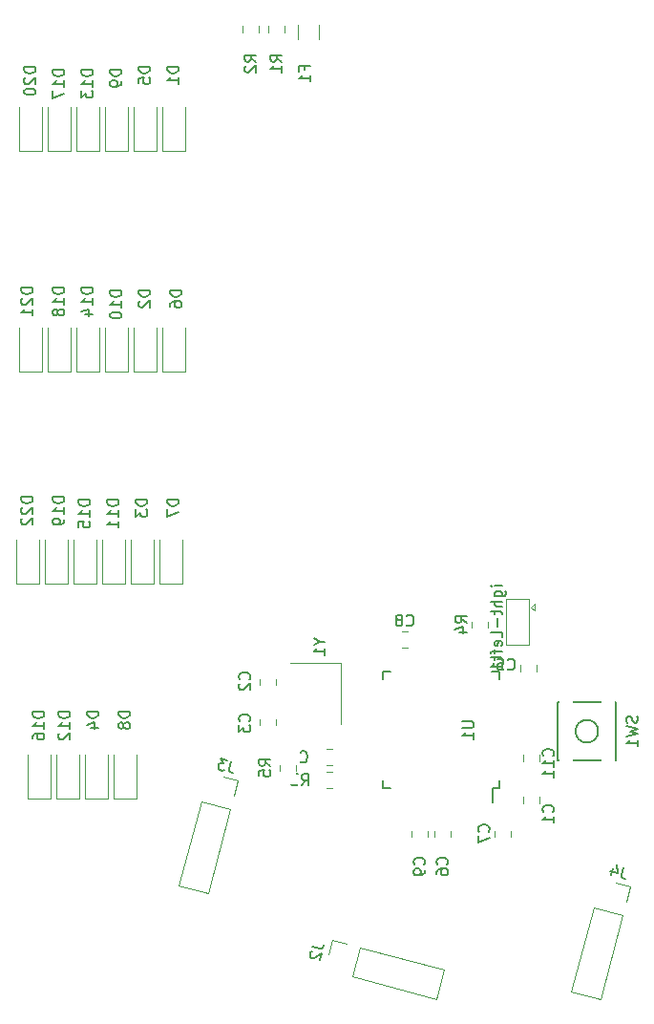
<source format=gbo>
G04 #@! TF.GenerationSoftware,KiCad,Pcbnew,(5.1.4)-1*
G04 #@! TF.CreationDate,2022-01-12T12:57:04-05:00*
G04 #@! TF.ProjectId,a44key-pcb-left-hand,6134346b-6579-42d7-9063-622d6c656674,rev?*
G04 #@! TF.SameCoordinates,Original*
G04 #@! TF.FileFunction,Legend,Bot*
G04 #@! TF.FilePolarity,Positive*
%FSLAX46Y46*%
G04 Gerber Fmt 4.6, Leading zero omitted, Abs format (unit mm)*
G04 Created by KiCad (PCBNEW (5.1.4)-1) date 2022-01-12 12:57:04*
%MOMM*%
%LPD*%
G04 APERTURE LIST*
%ADD10C,0.120000*%
%ADD11C,0.150000*%
%ADD12C,1.402000*%
%ADD13O,0.602000X4.202000*%
%ADD14O,5.202000X0.602000*%
%ADD15O,5.202000X1.602000*%
%ADD16C,2.352000*%
%ADD17C,2.352000*%
%ADD18O,2.277000X1.852000*%
%ADD19C,4.089800*%
%ADD20C,2.102000*%
%ADD21R,1.602000X1.102000*%
%ADD22C,1.852000*%
%ADD23C,1.852000*%
%ADD24C,1.602000*%
%ADD25C,1.602000*%
%ADD26C,0.602000*%
%ADD27C,0.602000*%
%ADD28C,1.802000*%
%ADD29C,0.100000*%
%ADD30C,1.802000*%
%ADD31C,1.077000*%
%ADD32R,0.652000X1.602000*%
%ADD33R,1.602000X0.652000*%
%ADD34O,1.802000X2.802000*%
%ADD35R,1.302000X1.002000*%
%ADD36R,1.902000X2.202000*%
%ADD37R,1.202000X1.902000*%
%ADD38C,1.352000*%
%ADD39C,1.202000*%
%ADD40C,1.752000*%
%ADD41R,1.752000X1.752000*%
G04 APERTURE END LIST*
D10*
X182810000Y-107636000D02*
X183110000Y-107936000D01*
X183110000Y-107336000D02*
X183110000Y-107936000D01*
X182810000Y-107636000D02*
X183110000Y-107336000D01*
X182610000Y-106886000D02*
X180610000Y-106886000D01*
X182610000Y-110986000D02*
X182610000Y-106886000D01*
X180610000Y-110986000D02*
X182610000Y-110986000D01*
X180610000Y-106886000D02*
X180610000Y-110986000D01*
X188960251Y-142339265D02*
X186390888Y-141650807D01*
X190947981Y-134920955D02*
X188960251Y-142339265D01*
X188378618Y-134232496D02*
X186390888Y-141650807D01*
X190947981Y-134920955D02*
X188378618Y-134232496D01*
X191276681Y-133694229D02*
X191620911Y-132409548D01*
X191620911Y-132409548D02*
X190336229Y-132065319D01*
X160580000Y-121582922D02*
X160580000Y-122100078D01*
X162000000Y-121582922D02*
X162000000Y-122100078D01*
X182170000Y-120723922D02*
X182170000Y-121241078D01*
X183590000Y-120723922D02*
X183590000Y-121241078D01*
X172264000Y-127424922D02*
X172264000Y-127942078D01*
X173684000Y-127424922D02*
X173684000Y-127942078D01*
D11*
X180003000Y-123683000D02*
X179428000Y-123683000D01*
X180003000Y-113333000D02*
X179328000Y-113333000D01*
X169653000Y-113333000D02*
X170328000Y-113333000D01*
X169653000Y-123683000D02*
X170328000Y-123683000D01*
X180003000Y-123683000D02*
X180003000Y-123008000D01*
X169653000Y-123683000D02*
X169653000Y-123008000D01*
X169653000Y-113333000D02*
X169653000Y-114008000D01*
X180003000Y-113333000D02*
X180003000Y-114008000D01*
X179428000Y-123683000D02*
X179428000Y-124958000D01*
D10*
X171884078Y-109780000D02*
X171366922Y-109780000D01*
X171884078Y-111200000D02*
X171366922Y-111200000D01*
X154162251Y-132941265D02*
X151592888Y-132252807D01*
X156149981Y-125522955D02*
X154162251Y-132941265D01*
X153580618Y-124834496D02*
X151592888Y-132252807D01*
X156149981Y-125522955D02*
X153580618Y-124834496D01*
X156478681Y-124296229D02*
X156822911Y-123011548D01*
X156822911Y-123011548D02*
X155538229Y-122667319D01*
X175110910Y-139775548D02*
X174422452Y-142344911D01*
X167692600Y-137787818D02*
X175110910Y-139775548D01*
X167004141Y-140357181D02*
X174422452Y-142344911D01*
X167692600Y-137787818D02*
X167004141Y-140357181D01*
X166465874Y-137459118D02*
X165181193Y-137114888D01*
X165181193Y-137114888D02*
X164836964Y-138399570D01*
X158802000Y-113962922D02*
X158802000Y-114480078D01*
X160222000Y-113962922D02*
X160222000Y-114480078D01*
X177598000Y-108882922D02*
X177598000Y-109400078D01*
X179018000Y-108882922D02*
X179018000Y-109400078D01*
X145272000Y-124550000D02*
X143272000Y-124550000D01*
X143272000Y-124550000D02*
X143272000Y-120650000D01*
X145272000Y-124550000D02*
X145272000Y-120650000D01*
X151876000Y-105500000D02*
X149876000Y-105500000D01*
X149876000Y-105500000D02*
X149876000Y-101600000D01*
X151876000Y-105500000D02*
X151876000Y-101600000D01*
X149336000Y-105500000D02*
X147336000Y-105500000D01*
X147336000Y-105500000D02*
X147336000Y-101600000D01*
X149336000Y-105500000D02*
X149336000Y-101600000D01*
X147812000Y-124550000D02*
X145812000Y-124550000D01*
X145812000Y-124550000D02*
X145812000Y-120650000D01*
X147812000Y-124550000D02*
X147812000Y-120650000D01*
X142732000Y-124550000D02*
X140732000Y-124550000D01*
X140732000Y-124550000D02*
X140732000Y-120650000D01*
X142732000Y-124550000D02*
X142732000Y-120650000D01*
X141716000Y-105500000D02*
X139716000Y-105500000D01*
X139716000Y-105500000D02*
X139716000Y-101600000D01*
X141716000Y-105500000D02*
X141716000Y-101600000D01*
X139176000Y-105500000D02*
X137176000Y-105500000D01*
X137176000Y-105500000D02*
X137176000Y-101600000D01*
X139176000Y-105500000D02*
X139176000Y-101600000D01*
X140192000Y-124550000D02*
X138192000Y-124550000D01*
X138192000Y-124550000D02*
X138192000Y-120650000D01*
X140192000Y-124550000D02*
X140192000Y-120650000D01*
X182170000Y-124455422D02*
X182170000Y-124972578D01*
X183590000Y-124455422D02*
X183590000Y-124972578D01*
X165183078Y-120194000D02*
X164665922Y-120194000D01*
X165183078Y-121614000D02*
X164665922Y-121614000D01*
X183336000Y-113288578D02*
X183336000Y-112771422D01*
X181916000Y-113288578D02*
X181916000Y-112771422D01*
X179630000Y-127424922D02*
X179630000Y-127942078D01*
X181050000Y-127424922D02*
X181050000Y-127942078D01*
X160984000Y-56646578D02*
X160984000Y-56129422D01*
X159564000Y-56646578D02*
X159564000Y-56129422D01*
X161460000Y-112542000D02*
X165960000Y-112542000D01*
X165960000Y-112542000D02*
X165960000Y-117942000D01*
X158698000Y-56646578D02*
X158698000Y-56129422D01*
X157278000Y-56646578D02*
X157278000Y-56129422D01*
D11*
X188778000Y-118618000D02*
G75*
G03X188778000Y-118618000I-1000000J0D01*
G01*
X190378000Y-116018000D02*
X185178000Y-116018000D01*
X190378000Y-121218000D02*
X190378000Y-116018000D01*
X185178000Y-121218000D02*
X190378000Y-121218000D01*
X185178000Y-116018000D02*
X185178000Y-121218000D01*
D10*
X164665922Y-123646000D02*
X165183078Y-123646000D01*
X164665922Y-122226000D02*
X165183078Y-122226000D01*
X163978000Y-57244064D02*
X163978000Y-56039936D01*
X162158000Y-57244064D02*
X162158000Y-56039936D01*
X174296000Y-127424922D02*
X174296000Y-127942078D01*
X175716000Y-127424922D02*
X175716000Y-127942078D01*
X160222000Y-118036078D02*
X160222000Y-117518922D01*
X158802000Y-118036078D02*
X158802000Y-117518922D01*
X139430000Y-86706000D02*
X137430000Y-86706000D01*
X137430000Y-86706000D02*
X137430000Y-82806000D01*
X139430000Y-86706000D02*
X139430000Y-82806000D01*
X139430000Y-67146000D02*
X137430000Y-67146000D01*
X137430000Y-67146000D02*
X137430000Y-63246000D01*
X139430000Y-67146000D02*
X139430000Y-63246000D01*
X141970000Y-86706000D02*
X139970000Y-86706000D01*
X139970000Y-86706000D02*
X139970000Y-82806000D01*
X141970000Y-86706000D02*
X141970000Y-82806000D01*
X141970000Y-67148000D02*
X139970000Y-67148000D01*
X139970000Y-67148000D02*
X139970000Y-63248000D01*
X141970000Y-67148000D02*
X141970000Y-63248000D01*
X144256000Y-105500000D02*
X142256000Y-105500000D01*
X142256000Y-105500000D02*
X142256000Y-101600000D01*
X144256000Y-105500000D02*
X144256000Y-101600000D01*
X144510000Y-86706000D02*
X142510000Y-86706000D01*
X142510000Y-86706000D02*
X142510000Y-82806000D01*
X144510000Y-86706000D02*
X144510000Y-82806000D01*
X144510000Y-67148000D02*
X142510000Y-67148000D01*
X142510000Y-67148000D02*
X142510000Y-63248000D01*
X144510000Y-67148000D02*
X144510000Y-63248000D01*
X146796000Y-105500000D02*
X144796000Y-105500000D01*
X144796000Y-105500000D02*
X144796000Y-101600000D01*
X146796000Y-105500000D02*
X146796000Y-101600000D01*
X147050000Y-86706000D02*
X145050000Y-86706000D01*
X145050000Y-86706000D02*
X145050000Y-82806000D01*
X147050000Y-86706000D02*
X147050000Y-82806000D01*
X147050000Y-67148000D02*
X145050000Y-67148000D01*
X145050000Y-67148000D02*
X145050000Y-63248000D01*
X147050000Y-67148000D02*
X147050000Y-63248000D01*
X152130000Y-86706000D02*
X150130000Y-86706000D01*
X150130000Y-86706000D02*
X150130000Y-82806000D01*
X152130000Y-86706000D02*
X152130000Y-82806000D01*
X149590000Y-67148000D02*
X147590000Y-67148000D01*
X147590000Y-67148000D02*
X147590000Y-63248000D01*
X149590000Y-67148000D02*
X149590000Y-63248000D01*
X149590000Y-86706000D02*
X147590000Y-86706000D01*
X147590000Y-86706000D02*
X147590000Y-82806000D01*
X149590000Y-86706000D02*
X149590000Y-82806000D01*
X152130000Y-67148000D02*
X150130000Y-67148000D01*
X150130000Y-67148000D02*
X150130000Y-63248000D01*
X152130000Y-67148000D02*
X152130000Y-63248000D01*
D11*
X180262380Y-105316952D02*
X179786190Y-104983619D01*
X180262380Y-104745523D02*
X179262380Y-104745523D01*
X179262380Y-105126476D01*
X179310000Y-105221714D01*
X179357619Y-105269333D01*
X179452857Y-105316952D01*
X179595714Y-105316952D01*
X179690952Y-105269333D01*
X179738571Y-105221714D01*
X179786190Y-105126476D01*
X179786190Y-104745523D01*
X180262380Y-105745523D02*
X179595714Y-105745523D01*
X179262380Y-105745523D02*
X179310000Y-105697904D01*
X179357619Y-105745523D01*
X179310000Y-105793142D01*
X179262380Y-105745523D01*
X179357619Y-105745523D01*
X179595714Y-106650285D02*
X180405238Y-106650285D01*
X180500476Y-106602666D01*
X180548095Y-106555047D01*
X180595714Y-106459809D01*
X180595714Y-106316952D01*
X180548095Y-106221714D01*
X180214761Y-106650285D02*
X180262380Y-106555047D01*
X180262380Y-106364571D01*
X180214761Y-106269333D01*
X180167142Y-106221714D01*
X180071904Y-106174095D01*
X179786190Y-106174095D01*
X179690952Y-106221714D01*
X179643333Y-106269333D01*
X179595714Y-106364571D01*
X179595714Y-106555047D01*
X179643333Y-106650285D01*
X180262380Y-107126476D02*
X179262380Y-107126476D01*
X180262380Y-107555047D02*
X179738571Y-107555047D01*
X179643333Y-107507428D01*
X179595714Y-107412190D01*
X179595714Y-107269333D01*
X179643333Y-107174095D01*
X179690952Y-107126476D01*
X179595714Y-107888380D02*
X179595714Y-108269333D01*
X179262380Y-108031238D02*
X180119523Y-108031238D01*
X180214761Y-108078857D01*
X180262380Y-108174095D01*
X180262380Y-108269333D01*
X179881428Y-108602666D02*
X179881428Y-109364571D01*
X180262380Y-110316952D02*
X180262380Y-109840761D01*
X179262380Y-109840761D01*
X180214761Y-111031238D02*
X180262380Y-110936000D01*
X180262380Y-110745523D01*
X180214761Y-110650285D01*
X180119523Y-110602666D01*
X179738571Y-110602666D01*
X179643333Y-110650285D01*
X179595714Y-110745523D01*
X179595714Y-110936000D01*
X179643333Y-111031238D01*
X179738571Y-111078857D01*
X179833809Y-111078857D01*
X179929047Y-110602666D01*
X179595714Y-111364571D02*
X179595714Y-111745523D01*
X180262380Y-111507428D02*
X179405238Y-111507428D01*
X179310000Y-111555047D01*
X179262380Y-111650285D01*
X179262380Y-111745523D01*
X179595714Y-111936000D02*
X179595714Y-112316952D01*
X179262380Y-112078857D02*
X180119523Y-112078857D01*
X180214761Y-112126476D01*
X180262380Y-112221714D01*
X180262380Y-112316952D01*
X180262380Y-113174095D02*
X180262380Y-112602666D01*
X180262380Y-112888380D02*
X179262380Y-112888380D01*
X179405238Y-112793142D01*
X179500476Y-112697904D01*
X179548095Y-112602666D01*
X191058757Y-130656706D02*
X190873886Y-131346653D01*
X190882909Y-131496967D01*
X190950252Y-131613610D01*
X191075917Y-131696580D01*
X191167910Y-131721230D01*
X190098551Y-130744512D02*
X189926005Y-131388462D01*
X190427131Y-130438164D02*
X190472243Y-131189734D01*
X189874289Y-131029513D01*
X159710380Y-121674833D02*
X159234190Y-121341500D01*
X159710380Y-121103404D02*
X158710380Y-121103404D01*
X158710380Y-121484357D01*
X158758000Y-121579595D01*
X158805619Y-121627214D01*
X158900857Y-121674833D01*
X159043714Y-121674833D01*
X159138952Y-121627214D01*
X159186571Y-121579595D01*
X159234190Y-121484357D01*
X159234190Y-121103404D01*
X158710380Y-122579595D02*
X158710380Y-122103404D01*
X159186571Y-122055785D01*
X159138952Y-122103404D01*
X159091333Y-122198642D01*
X159091333Y-122436738D01*
X159138952Y-122531976D01*
X159186571Y-122579595D01*
X159281809Y-122627214D01*
X159519904Y-122627214D01*
X159615142Y-122579595D01*
X159662761Y-122531976D01*
X159710380Y-122436738D01*
X159710380Y-122198642D01*
X159662761Y-122103404D01*
X159615142Y-122055785D01*
X184761142Y-120801142D02*
X184808761Y-120753523D01*
X184856380Y-120610666D01*
X184856380Y-120515428D01*
X184808761Y-120372571D01*
X184713523Y-120277333D01*
X184618285Y-120229714D01*
X184427809Y-120182095D01*
X184284952Y-120182095D01*
X184094476Y-120229714D01*
X183999238Y-120277333D01*
X183904000Y-120372571D01*
X183856380Y-120515428D01*
X183856380Y-120610666D01*
X183904000Y-120753523D01*
X183951619Y-120801142D01*
X184856380Y-121753523D02*
X184856380Y-121182095D01*
X184856380Y-121467809D02*
X183856380Y-121467809D01*
X183999238Y-121372571D01*
X184094476Y-121277333D01*
X184142095Y-121182095D01*
X184856380Y-122705904D02*
X184856380Y-122134476D01*
X184856380Y-122420190D02*
X183856380Y-122420190D01*
X183999238Y-122324952D01*
X184094476Y-122229714D01*
X184142095Y-122134476D01*
X173331142Y-130421333D02*
X173378761Y-130373714D01*
X173426380Y-130230857D01*
X173426380Y-130135619D01*
X173378761Y-129992761D01*
X173283523Y-129897523D01*
X173188285Y-129849904D01*
X172997809Y-129802285D01*
X172854952Y-129802285D01*
X172664476Y-129849904D01*
X172569238Y-129897523D01*
X172474000Y-129992761D01*
X172426380Y-130135619D01*
X172426380Y-130230857D01*
X172474000Y-130373714D01*
X172521619Y-130421333D01*
X173426380Y-130897523D02*
X173426380Y-131088000D01*
X173378761Y-131183238D01*
X173331142Y-131230857D01*
X173188285Y-131326095D01*
X172997809Y-131373714D01*
X172616857Y-131373714D01*
X172521619Y-131326095D01*
X172474000Y-131278476D01*
X172426380Y-131183238D01*
X172426380Y-130992761D01*
X172474000Y-130897523D01*
X172521619Y-130849904D01*
X172616857Y-130802285D01*
X172854952Y-130802285D01*
X172950190Y-130849904D01*
X172997809Y-130897523D01*
X173045428Y-130992761D01*
X173045428Y-131183238D01*
X172997809Y-131278476D01*
X172950190Y-131326095D01*
X172854952Y-131373714D01*
X176744380Y-117746095D02*
X177553904Y-117746095D01*
X177649142Y-117793714D01*
X177696761Y-117841333D01*
X177744380Y-117936571D01*
X177744380Y-118127047D01*
X177696761Y-118222285D01*
X177649142Y-118269904D01*
X177553904Y-118317523D01*
X176744380Y-118317523D01*
X177744380Y-119317523D02*
X177744380Y-118746095D01*
X177744380Y-119031809D02*
X176744380Y-119031809D01*
X176887238Y-118936571D01*
X176982476Y-118841333D01*
X177030095Y-118746095D01*
X171792166Y-109197142D02*
X171839785Y-109244761D01*
X171982642Y-109292380D01*
X172077880Y-109292380D01*
X172220738Y-109244761D01*
X172315976Y-109149523D01*
X172363595Y-109054285D01*
X172411214Y-108863809D01*
X172411214Y-108720952D01*
X172363595Y-108530476D01*
X172315976Y-108435238D01*
X172220738Y-108340000D01*
X172077880Y-108292380D01*
X171982642Y-108292380D01*
X171839785Y-108340000D01*
X171792166Y-108387619D01*
X171220738Y-108720952D02*
X171315976Y-108673333D01*
X171363595Y-108625714D01*
X171411214Y-108530476D01*
X171411214Y-108482857D01*
X171363595Y-108387619D01*
X171315976Y-108340000D01*
X171220738Y-108292380D01*
X171030261Y-108292380D01*
X170935023Y-108340000D01*
X170887404Y-108387619D01*
X170839785Y-108482857D01*
X170839785Y-108530476D01*
X170887404Y-108625714D01*
X170935023Y-108673333D01*
X171030261Y-108720952D01*
X171220738Y-108720952D01*
X171315976Y-108768571D01*
X171363595Y-108816190D01*
X171411214Y-108911428D01*
X171411214Y-109101904D01*
X171363595Y-109197142D01*
X171315976Y-109244761D01*
X171220738Y-109292380D01*
X171030261Y-109292380D01*
X170935023Y-109244761D01*
X170887404Y-109197142D01*
X170839785Y-109101904D01*
X170839785Y-108911428D01*
X170887404Y-108816190D01*
X170935023Y-108768571D01*
X171030261Y-108720952D01*
X156260757Y-121258706D02*
X156075886Y-121948653D01*
X156084909Y-122098967D01*
X156152252Y-122215610D01*
X156277917Y-122298580D01*
X156369910Y-122323230D01*
X155892785Y-121160108D02*
X155294831Y-120999887D01*
X155518209Y-121454132D01*
X155380219Y-121417158D01*
X155275902Y-121438505D01*
X155217580Y-121472176D01*
X155146935Y-121551845D01*
X155085311Y-121781827D01*
X155106658Y-121886145D01*
X155140330Y-121944466D01*
X155219998Y-122015112D01*
X155495977Y-122089060D01*
X155600294Y-122067713D01*
X155658616Y-122034041D01*
X163428351Y-137677041D02*
X164118298Y-137861912D01*
X164268612Y-137852889D01*
X164385255Y-137785546D01*
X164468225Y-137659881D01*
X164492875Y-137567888D01*
X163409422Y-138115659D02*
X163351100Y-138149330D01*
X163280455Y-138228999D01*
X163218831Y-138458981D01*
X163240178Y-138563299D01*
X163273850Y-138621620D01*
X163353518Y-138692266D01*
X163445511Y-138716915D01*
X163595825Y-138707893D01*
X164295679Y-138303832D01*
X164135458Y-138901786D01*
X157837142Y-114008333D02*
X157884761Y-113960714D01*
X157932380Y-113817857D01*
X157932380Y-113722619D01*
X157884761Y-113579761D01*
X157789523Y-113484523D01*
X157694285Y-113436904D01*
X157503809Y-113389285D01*
X157360952Y-113389285D01*
X157170476Y-113436904D01*
X157075238Y-113484523D01*
X156980000Y-113579761D01*
X156932380Y-113722619D01*
X156932380Y-113817857D01*
X156980000Y-113960714D01*
X157027619Y-114008333D01*
X157027619Y-114389285D02*
X156980000Y-114436904D01*
X156932380Y-114532142D01*
X156932380Y-114770238D01*
X156980000Y-114865476D01*
X157027619Y-114913095D01*
X157122857Y-114960714D01*
X157218095Y-114960714D01*
X157360952Y-114913095D01*
X157932380Y-114341666D01*
X157932380Y-114960714D01*
X177110380Y-108974833D02*
X176634190Y-108641500D01*
X177110380Y-108403404D02*
X176110380Y-108403404D01*
X176110380Y-108784357D01*
X176158000Y-108879595D01*
X176205619Y-108927214D01*
X176300857Y-108974833D01*
X176443714Y-108974833D01*
X176538952Y-108927214D01*
X176586571Y-108879595D01*
X176634190Y-108784357D01*
X176634190Y-108403404D01*
X176443714Y-109831976D02*
X177110380Y-109831976D01*
X176062761Y-109593880D02*
X176777047Y-109355785D01*
X176777047Y-109974833D01*
X144470380Y-116861904D02*
X143470380Y-116861904D01*
X143470380Y-117100000D01*
X143518000Y-117242857D01*
X143613238Y-117338095D01*
X143708476Y-117385714D01*
X143898952Y-117433333D01*
X144041809Y-117433333D01*
X144232285Y-117385714D01*
X144327523Y-117338095D01*
X144422761Y-117242857D01*
X144470380Y-117100000D01*
X144470380Y-116861904D01*
X143803714Y-118290476D02*
X144470380Y-118290476D01*
X143422761Y-118052380D02*
X144137047Y-117814285D01*
X144137047Y-118433333D01*
X151582380Y-98067904D02*
X150582380Y-98067904D01*
X150582380Y-98306000D01*
X150630000Y-98448857D01*
X150725238Y-98544095D01*
X150820476Y-98591714D01*
X151010952Y-98639333D01*
X151153809Y-98639333D01*
X151344285Y-98591714D01*
X151439523Y-98544095D01*
X151534761Y-98448857D01*
X151582380Y-98306000D01*
X151582380Y-98067904D01*
X150582380Y-98972666D02*
X150582380Y-99639333D01*
X151582380Y-99210761D01*
X148788380Y-98067904D02*
X147788380Y-98067904D01*
X147788380Y-98306000D01*
X147836000Y-98448857D01*
X147931238Y-98544095D01*
X148026476Y-98591714D01*
X148216952Y-98639333D01*
X148359809Y-98639333D01*
X148550285Y-98591714D01*
X148645523Y-98544095D01*
X148740761Y-98448857D01*
X148788380Y-98306000D01*
X148788380Y-98067904D01*
X147788380Y-98972666D02*
X147788380Y-99591714D01*
X148169333Y-99258380D01*
X148169333Y-99401238D01*
X148216952Y-99496476D01*
X148264571Y-99544095D01*
X148359809Y-99591714D01*
X148597904Y-99591714D01*
X148693142Y-99544095D01*
X148740761Y-99496476D01*
X148788380Y-99401238D01*
X148788380Y-99115523D01*
X148740761Y-99020285D01*
X148693142Y-98972666D01*
X147264380Y-116861904D02*
X146264380Y-116861904D01*
X146264380Y-117100000D01*
X146312000Y-117242857D01*
X146407238Y-117338095D01*
X146502476Y-117385714D01*
X146692952Y-117433333D01*
X146835809Y-117433333D01*
X147026285Y-117385714D01*
X147121523Y-117338095D01*
X147216761Y-117242857D01*
X147264380Y-117100000D01*
X147264380Y-116861904D01*
X146692952Y-118004761D02*
X146645333Y-117909523D01*
X146597714Y-117861904D01*
X146502476Y-117814285D01*
X146454857Y-117814285D01*
X146359619Y-117861904D01*
X146312000Y-117909523D01*
X146264380Y-118004761D01*
X146264380Y-118195238D01*
X146312000Y-118290476D01*
X146359619Y-118338095D01*
X146454857Y-118385714D01*
X146502476Y-118385714D01*
X146597714Y-118338095D01*
X146645333Y-118290476D01*
X146692952Y-118195238D01*
X146692952Y-118004761D01*
X146740571Y-117909523D01*
X146788190Y-117861904D01*
X146883428Y-117814285D01*
X147073904Y-117814285D01*
X147169142Y-117861904D01*
X147216761Y-117909523D01*
X147264380Y-118004761D01*
X147264380Y-118195238D01*
X147216761Y-118290476D01*
X147169142Y-118338095D01*
X147073904Y-118385714D01*
X146883428Y-118385714D01*
X146788190Y-118338095D01*
X146740571Y-118290476D01*
X146692952Y-118195238D01*
X141930380Y-116893714D02*
X140930380Y-116893714D01*
X140930380Y-117131809D01*
X140978000Y-117274666D01*
X141073238Y-117369904D01*
X141168476Y-117417523D01*
X141358952Y-117465142D01*
X141501809Y-117465142D01*
X141692285Y-117417523D01*
X141787523Y-117369904D01*
X141882761Y-117274666D01*
X141930380Y-117131809D01*
X141930380Y-116893714D01*
X141930380Y-118417523D02*
X141930380Y-117846095D01*
X141930380Y-118131809D02*
X140930380Y-118131809D01*
X141073238Y-118036571D01*
X141168476Y-117941333D01*
X141216095Y-117846095D01*
X141025619Y-118798476D02*
X140978000Y-118846095D01*
X140930380Y-118941333D01*
X140930380Y-119179428D01*
X140978000Y-119274666D01*
X141025619Y-119322285D01*
X141120857Y-119369904D01*
X141216095Y-119369904D01*
X141358952Y-119322285D01*
X141930380Y-118750857D01*
X141930380Y-119369904D01*
X141422380Y-97845714D02*
X140422380Y-97845714D01*
X140422380Y-98083809D01*
X140470000Y-98226666D01*
X140565238Y-98321904D01*
X140660476Y-98369523D01*
X140850952Y-98417142D01*
X140993809Y-98417142D01*
X141184285Y-98369523D01*
X141279523Y-98321904D01*
X141374761Y-98226666D01*
X141422380Y-98083809D01*
X141422380Y-97845714D01*
X141422380Y-99369523D02*
X141422380Y-98798095D01*
X141422380Y-99083809D02*
X140422380Y-99083809D01*
X140565238Y-98988571D01*
X140660476Y-98893333D01*
X140708095Y-98798095D01*
X141422380Y-99845714D02*
X141422380Y-100036190D01*
X141374761Y-100131428D01*
X141327142Y-100179047D01*
X141184285Y-100274285D01*
X140993809Y-100321904D01*
X140612857Y-100321904D01*
X140517619Y-100274285D01*
X140470000Y-100226666D01*
X140422380Y-100131428D01*
X140422380Y-99940952D01*
X140470000Y-99845714D01*
X140517619Y-99798095D01*
X140612857Y-99750476D01*
X140850952Y-99750476D01*
X140946190Y-99798095D01*
X140993809Y-99845714D01*
X141041428Y-99940952D01*
X141041428Y-100131428D01*
X140993809Y-100226666D01*
X140946190Y-100274285D01*
X140850952Y-100321904D01*
X138628380Y-97845714D02*
X137628380Y-97845714D01*
X137628380Y-98083809D01*
X137676000Y-98226666D01*
X137771238Y-98321904D01*
X137866476Y-98369523D01*
X138056952Y-98417142D01*
X138199809Y-98417142D01*
X138390285Y-98369523D01*
X138485523Y-98321904D01*
X138580761Y-98226666D01*
X138628380Y-98083809D01*
X138628380Y-97845714D01*
X137723619Y-98798095D02*
X137676000Y-98845714D01*
X137628380Y-98940952D01*
X137628380Y-99179047D01*
X137676000Y-99274285D01*
X137723619Y-99321904D01*
X137818857Y-99369523D01*
X137914095Y-99369523D01*
X138056952Y-99321904D01*
X138628380Y-98750476D01*
X138628380Y-99369523D01*
X137723619Y-99750476D02*
X137676000Y-99798095D01*
X137628380Y-99893333D01*
X137628380Y-100131428D01*
X137676000Y-100226666D01*
X137723619Y-100274285D01*
X137818857Y-100321904D01*
X137914095Y-100321904D01*
X138056952Y-100274285D01*
X138628380Y-99702857D01*
X138628380Y-100321904D01*
X139644380Y-116895714D02*
X138644380Y-116895714D01*
X138644380Y-117133809D01*
X138692000Y-117276666D01*
X138787238Y-117371904D01*
X138882476Y-117419523D01*
X139072952Y-117467142D01*
X139215809Y-117467142D01*
X139406285Y-117419523D01*
X139501523Y-117371904D01*
X139596761Y-117276666D01*
X139644380Y-117133809D01*
X139644380Y-116895714D01*
X139644380Y-118419523D02*
X139644380Y-117848095D01*
X139644380Y-118133809D02*
X138644380Y-118133809D01*
X138787238Y-118038571D01*
X138882476Y-117943333D01*
X138930095Y-117848095D01*
X138644380Y-119276666D02*
X138644380Y-119086190D01*
X138692000Y-118990952D01*
X138739619Y-118943333D01*
X138882476Y-118848095D01*
X139072952Y-118800476D01*
X139453904Y-118800476D01*
X139549142Y-118848095D01*
X139596761Y-118895714D01*
X139644380Y-118990952D01*
X139644380Y-119181428D01*
X139596761Y-119276666D01*
X139549142Y-119324285D01*
X139453904Y-119371904D01*
X139215809Y-119371904D01*
X139120571Y-119324285D01*
X139072952Y-119276666D01*
X139025333Y-119181428D01*
X139025333Y-118990952D01*
X139072952Y-118895714D01*
X139120571Y-118848095D01*
X139215809Y-118800476D01*
X184761142Y-125770833D02*
X184808761Y-125723214D01*
X184856380Y-125580357D01*
X184856380Y-125485119D01*
X184808761Y-125342261D01*
X184713523Y-125247023D01*
X184618285Y-125199404D01*
X184427809Y-125151785D01*
X184284952Y-125151785D01*
X184094476Y-125199404D01*
X183999238Y-125247023D01*
X183904000Y-125342261D01*
X183856380Y-125485119D01*
X183856380Y-125580357D01*
X183904000Y-125723214D01*
X183951619Y-125770833D01*
X184856380Y-126723214D02*
X184856380Y-126151785D01*
X184856380Y-126437500D02*
X183856380Y-126437500D01*
X183999238Y-126342261D01*
X184094476Y-126247023D01*
X184142095Y-126151785D01*
X162375666Y-121293142D02*
X162423285Y-121340761D01*
X162566142Y-121388380D01*
X162661380Y-121388380D01*
X162804238Y-121340761D01*
X162899476Y-121245523D01*
X162947095Y-121150285D01*
X162994714Y-120959809D01*
X162994714Y-120816952D01*
X162947095Y-120626476D01*
X162899476Y-120531238D01*
X162804238Y-120436000D01*
X162661380Y-120388380D01*
X162566142Y-120388380D01*
X162423285Y-120436000D01*
X162375666Y-120483619D01*
X161518523Y-120721714D02*
X161518523Y-121388380D01*
X161756619Y-120340761D02*
X161994714Y-121055047D01*
X161375666Y-121055047D01*
X180760666Y-113101142D02*
X180808285Y-113148761D01*
X180951142Y-113196380D01*
X181046380Y-113196380D01*
X181189238Y-113148761D01*
X181284476Y-113053523D01*
X181332095Y-112958285D01*
X181379714Y-112767809D01*
X181379714Y-112624952D01*
X181332095Y-112434476D01*
X181284476Y-112339238D01*
X181189238Y-112244000D01*
X181046380Y-112196380D01*
X180951142Y-112196380D01*
X180808285Y-112244000D01*
X180760666Y-112291619D01*
X179855904Y-112196380D02*
X180332095Y-112196380D01*
X180379714Y-112672571D01*
X180332095Y-112624952D01*
X180236857Y-112577333D01*
X179998761Y-112577333D01*
X179903523Y-112624952D01*
X179855904Y-112672571D01*
X179808285Y-112767809D01*
X179808285Y-113005904D01*
X179855904Y-113101142D01*
X179903523Y-113148761D01*
X179998761Y-113196380D01*
X180236857Y-113196380D01*
X180332095Y-113148761D01*
X180379714Y-113101142D01*
X179047142Y-127516833D02*
X179094761Y-127469214D01*
X179142380Y-127326357D01*
X179142380Y-127231119D01*
X179094761Y-127088261D01*
X178999523Y-126993023D01*
X178904285Y-126945404D01*
X178713809Y-126897785D01*
X178570952Y-126897785D01*
X178380476Y-126945404D01*
X178285238Y-126993023D01*
X178190000Y-127088261D01*
X178142380Y-127231119D01*
X178142380Y-127326357D01*
X178190000Y-127469214D01*
X178237619Y-127516833D01*
X178142380Y-127850166D02*
X178142380Y-128516833D01*
X179142380Y-128088261D01*
X160726380Y-59269333D02*
X160250190Y-58936000D01*
X160726380Y-58697904D02*
X159726380Y-58697904D01*
X159726380Y-59078857D01*
X159774000Y-59174095D01*
X159821619Y-59221714D01*
X159916857Y-59269333D01*
X160059714Y-59269333D01*
X160154952Y-59221714D01*
X160202571Y-59174095D01*
X160250190Y-59078857D01*
X160250190Y-58697904D01*
X160726380Y-60221714D02*
X160726380Y-59650285D01*
X160726380Y-59936000D02*
X159726380Y-59936000D01*
X159869238Y-59840761D01*
X159964476Y-59745523D01*
X160012095Y-59650285D01*
X164074190Y-110659809D02*
X164550380Y-110659809D01*
X163550380Y-110326476D02*
X164074190Y-110659809D01*
X163550380Y-110993142D01*
X164550380Y-111850285D02*
X164550380Y-111278857D01*
X164550380Y-111564571D02*
X163550380Y-111564571D01*
X163693238Y-111469333D01*
X163788476Y-111374095D01*
X163836095Y-111278857D01*
X158440380Y-59269333D02*
X157964190Y-58936000D01*
X158440380Y-58697904D02*
X157440380Y-58697904D01*
X157440380Y-59078857D01*
X157488000Y-59174095D01*
X157535619Y-59221714D01*
X157630857Y-59269333D01*
X157773714Y-59269333D01*
X157868952Y-59221714D01*
X157916571Y-59174095D01*
X157964190Y-59078857D01*
X157964190Y-58697904D01*
X157535619Y-59650285D02*
X157488000Y-59697904D01*
X157440380Y-59793142D01*
X157440380Y-60031238D01*
X157488000Y-60126476D01*
X157535619Y-60174095D01*
X157630857Y-60221714D01*
X157726095Y-60221714D01*
X157868952Y-60174095D01*
X158440380Y-59602666D01*
X158440380Y-60221714D01*
X192246761Y-117284666D02*
X192294380Y-117427523D01*
X192294380Y-117665619D01*
X192246761Y-117760857D01*
X192199142Y-117808476D01*
X192103904Y-117856095D01*
X192008666Y-117856095D01*
X191913428Y-117808476D01*
X191865809Y-117760857D01*
X191818190Y-117665619D01*
X191770571Y-117475142D01*
X191722952Y-117379904D01*
X191675333Y-117332285D01*
X191580095Y-117284666D01*
X191484857Y-117284666D01*
X191389619Y-117332285D01*
X191342000Y-117379904D01*
X191294380Y-117475142D01*
X191294380Y-117713238D01*
X191342000Y-117856095D01*
X191294380Y-118189428D02*
X192294380Y-118427523D01*
X191580095Y-118618000D01*
X192294380Y-118808476D01*
X191294380Y-119046571D01*
X192294380Y-119951333D02*
X192294380Y-119379904D01*
X192294380Y-119665619D02*
X191294380Y-119665619D01*
X191437238Y-119570380D01*
X191532476Y-119475142D01*
X191580095Y-119379904D01*
X162472666Y-123420380D02*
X162806000Y-122944190D01*
X163044095Y-123420380D02*
X163044095Y-122420380D01*
X162663142Y-122420380D01*
X162567904Y-122468000D01*
X162520285Y-122515619D01*
X162472666Y-122610857D01*
X162472666Y-122753714D01*
X162520285Y-122848952D01*
X162567904Y-122896571D01*
X162663142Y-122944190D01*
X163044095Y-122944190D01*
X162139333Y-122420380D02*
X161520285Y-122420380D01*
X161853619Y-122801333D01*
X161710761Y-122801333D01*
X161615523Y-122848952D01*
X161567904Y-122896571D01*
X161520285Y-122991809D01*
X161520285Y-123229904D01*
X161567904Y-123325142D01*
X161615523Y-123372761D01*
X161710761Y-123420380D01*
X161996476Y-123420380D01*
X162091714Y-123372761D01*
X162139333Y-123325142D01*
X162742571Y-59994666D02*
X162742571Y-59661333D01*
X163266380Y-59661333D02*
X162266380Y-59661333D01*
X162266380Y-60137523D01*
X163266380Y-61042285D02*
X163266380Y-60470857D01*
X163266380Y-60756571D02*
X162266380Y-60756571D01*
X162409238Y-60661333D01*
X162504476Y-60566095D01*
X162552095Y-60470857D01*
X175363142Y-130421333D02*
X175410761Y-130373714D01*
X175458380Y-130230857D01*
X175458380Y-130135619D01*
X175410761Y-129992761D01*
X175315523Y-129897523D01*
X175220285Y-129849904D01*
X175029809Y-129802285D01*
X174886952Y-129802285D01*
X174696476Y-129849904D01*
X174601238Y-129897523D01*
X174506000Y-129992761D01*
X174458380Y-130135619D01*
X174458380Y-130230857D01*
X174506000Y-130373714D01*
X174553619Y-130421333D01*
X174458380Y-131278476D02*
X174458380Y-131088000D01*
X174506000Y-130992761D01*
X174553619Y-130945142D01*
X174696476Y-130849904D01*
X174886952Y-130802285D01*
X175267904Y-130802285D01*
X175363142Y-130849904D01*
X175410761Y-130897523D01*
X175458380Y-130992761D01*
X175458380Y-131183238D01*
X175410761Y-131278476D01*
X175363142Y-131326095D01*
X175267904Y-131373714D01*
X175029809Y-131373714D01*
X174934571Y-131326095D01*
X174886952Y-131278476D01*
X174839333Y-131183238D01*
X174839333Y-130992761D01*
X174886952Y-130897523D01*
X174934571Y-130849904D01*
X175029809Y-130802285D01*
X157837142Y-117721333D02*
X157884761Y-117673714D01*
X157932380Y-117530857D01*
X157932380Y-117435619D01*
X157884761Y-117292761D01*
X157789523Y-117197523D01*
X157694285Y-117149904D01*
X157503809Y-117102285D01*
X157360952Y-117102285D01*
X157170476Y-117149904D01*
X157075238Y-117197523D01*
X156980000Y-117292761D01*
X156932380Y-117435619D01*
X156932380Y-117530857D01*
X156980000Y-117673714D01*
X157027619Y-117721333D01*
X156932380Y-118054666D02*
X156932380Y-118673714D01*
X157313333Y-118340380D01*
X157313333Y-118483238D01*
X157360952Y-118578476D01*
X157408571Y-118626095D01*
X157503809Y-118673714D01*
X157741904Y-118673714D01*
X157837142Y-118626095D01*
X157884761Y-118578476D01*
X157932380Y-118483238D01*
X157932380Y-118197523D01*
X157884761Y-118102285D01*
X157837142Y-118054666D01*
X138628380Y-79303714D02*
X137628380Y-79303714D01*
X137628380Y-79541809D01*
X137676000Y-79684666D01*
X137771238Y-79779904D01*
X137866476Y-79827523D01*
X138056952Y-79875142D01*
X138199809Y-79875142D01*
X138390285Y-79827523D01*
X138485523Y-79779904D01*
X138580761Y-79684666D01*
X138628380Y-79541809D01*
X138628380Y-79303714D01*
X137723619Y-80256095D02*
X137676000Y-80303714D01*
X137628380Y-80398952D01*
X137628380Y-80637047D01*
X137676000Y-80732285D01*
X137723619Y-80779904D01*
X137818857Y-80827523D01*
X137914095Y-80827523D01*
X138056952Y-80779904D01*
X138628380Y-80208476D01*
X138628380Y-80827523D01*
X138628380Y-81779904D02*
X138628380Y-81208476D01*
X138628380Y-81494190D02*
X137628380Y-81494190D01*
X137771238Y-81398952D01*
X137866476Y-81303714D01*
X137914095Y-81208476D01*
X138882380Y-59745714D02*
X137882380Y-59745714D01*
X137882380Y-59983809D01*
X137930000Y-60126666D01*
X138025238Y-60221904D01*
X138120476Y-60269523D01*
X138310952Y-60317142D01*
X138453809Y-60317142D01*
X138644285Y-60269523D01*
X138739523Y-60221904D01*
X138834761Y-60126666D01*
X138882380Y-59983809D01*
X138882380Y-59745714D01*
X137977619Y-60698095D02*
X137930000Y-60745714D01*
X137882380Y-60840952D01*
X137882380Y-61079047D01*
X137930000Y-61174285D01*
X137977619Y-61221904D01*
X138072857Y-61269523D01*
X138168095Y-61269523D01*
X138310952Y-61221904D01*
X138882380Y-60650476D01*
X138882380Y-61269523D01*
X137882380Y-61888571D02*
X137882380Y-61983809D01*
X137930000Y-62079047D01*
X137977619Y-62126666D01*
X138072857Y-62174285D01*
X138263333Y-62221904D01*
X138501428Y-62221904D01*
X138691904Y-62174285D01*
X138787142Y-62126666D01*
X138834761Y-62079047D01*
X138882380Y-61983809D01*
X138882380Y-61888571D01*
X138834761Y-61793333D01*
X138787142Y-61745714D01*
X138691904Y-61698095D01*
X138501428Y-61650476D01*
X138263333Y-61650476D01*
X138072857Y-61698095D01*
X137977619Y-61745714D01*
X137930000Y-61793333D01*
X137882380Y-61888571D01*
X141422380Y-79303714D02*
X140422380Y-79303714D01*
X140422380Y-79541809D01*
X140470000Y-79684666D01*
X140565238Y-79779904D01*
X140660476Y-79827523D01*
X140850952Y-79875142D01*
X140993809Y-79875142D01*
X141184285Y-79827523D01*
X141279523Y-79779904D01*
X141374761Y-79684666D01*
X141422380Y-79541809D01*
X141422380Y-79303714D01*
X141422380Y-80827523D02*
X141422380Y-80256095D01*
X141422380Y-80541809D02*
X140422380Y-80541809D01*
X140565238Y-80446571D01*
X140660476Y-80351333D01*
X140708095Y-80256095D01*
X140850952Y-81398952D02*
X140803333Y-81303714D01*
X140755714Y-81256095D01*
X140660476Y-81208476D01*
X140612857Y-81208476D01*
X140517619Y-81256095D01*
X140470000Y-81303714D01*
X140422380Y-81398952D01*
X140422380Y-81589428D01*
X140470000Y-81684666D01*
X140517619Y-81732285D01*
X140612857Y-81779904D01*
X140660476Y-81779904D01*
X140755714Y-81732285D01*
X140803333Y-81684666D01*
X140850952Y-81589428D01*
X140850952Y-81398952D01*
X140898571Y-81303714D01*
X140946190Y-81256095D01*
X141041428Y-81208476D01*
X141231904Y-81208476D01*
X141327142Y-81256095D01*
X141374761Y-81303714D01*
X141422380Y-81398952D01*
X141422380Y-81589428D01*
X141374761Y-81684666D01*
X141327142Y-81732285D01*
X141231904Y-81779904D01*
X141041428Y-81779904D01*
X140946190Y-81732285D01*
X140898571Y-81684666D01*
X140850952Y-81589428D01*
X141422380Y-59999714D02*
X140422380Y-59999714D01*
X140422380Y-60237809D01*
X140470000Y-60380666D01*
X140565238Y-60475904D01*
X140660476Y-60523523D01*
X140850952Y-60571142D01*
X140993809Y-60571142D01*
X141184285Y-60523523D01*
X141279523Y-60475904D01*
X141374761Y-60380666D01*
X141422380Y-60237809D01*
X141422380Y-59999714D01*
X141422380Y-61523523D02*
X141422380Y-60952095D01*
X141422380Y-61237809D02*
X140422380Y-61237809D01*
X140565238Y-61142571D01*
X140660476Y-61047333D01*
X140708095Y-60952095D01*
X140422380Y-61856857D02*
X140422380Y-62523523D01*
X141422380Y-62094952D01*
X143708380Y-98099714D02*
X142708380Y-98099714D01*
X142708380Y-98337809D01*
X142756000Y-98480666D01*
X142851238Y-98575904D01*
X142946476Y-98623523D01*
X143136952Y-98671142D01*
X143279809Y-98671142D01*
X143470285Y-98623523D01*
X143565523Y-98575904D01*
X143660761Y-98480666D01*
X143708380Y-98337809D01*
X143708380Y-98099714D01*
X143708380Y-99623523D02*
X143708380Y-99052095D01*
X143708380Y-99337809D02*
X142708380Y-99337809D01*
X142851238Y-99242571D01*
X142946476Y-99147333D01*
X142994095Y-99052095D01*
X142708380Y-100528285D02*
X142708380Y-100052095D01*
X143184571Y-100004476D01*
X143136952Y-100052095D01*
X143089333Y-100147333D01*
X143089333Y-100385428D01*
X143136952Y-100480666D01*
X143184571Y-100528285D01*
X143279809Y-100575904D01*
X143517904Y-100575904D01*
X143613142Y-100528285D01*
X143660761Y-100480666D01*
X143708380Y-100385428D01*
X143708380Y-100147333D01*
X143660761Y-100052095D01*
X143613142Y-100004476D01*
X143962380Y-79303714D02*
X142962380Y-79303714D01*
X142962380Y-79541809D01*
X143010000Y-79684666D01*
X143105238Y-79779904D01*
X143200476Y-79827523D01*
X143390952Y-79875142D01*
X143533809Y-79875142D01*
X143724285Y-79827523D01*
X143819523Y-79779904D01*
X143914761Y-79684666D01*
X143962380Y-79541809D01*
X143962380Y-79303714D01*
X143962380Y-80827523D02*
X143962380Y-80256095D01*
X143962380Y-80541809D02*
X142962380Y-80541809D01*
X143105238Y-80446571D01*
X143200476Y-80351333D01*
X143248095Y-80256095D01*
X143295714Y-81684666D02*
X143962380Y-81684666D01*
X142914761Y-81446571D02*
X143629047Y-81208476D01*
X143629047Y-81827523D01*
X143962380Y-59999714D02*
X142962380Y-59999714D01*
X142962380Y-60237809D01*
X143010000Y-60380666D01*
X143105238Y-60475904D01*
X143200476Y-60523523D01*
X143390952Y-60571142D01*
X143533809Y-60571142D01*
X143724285Y-60523523D01*
X143819523Y-60475904D01*
X143914761Y-60380666D01*
X143962380Y-60237809D01*
X143962380Y-59999714D01*
X143962380Y-61523523D02*
X143962380Y-60952095D01*
X143962380Y-61237809D02*
X142962380Y-61237809D01*
X143105238Y-61142571D01*
X143200476Y-61047333D01*
X143248095Y-60952095D01*
X142962380Y-61856857D02*
X142962380Y-62475904D01*
X143343333Y-62142571D01*
X143343333Y-62285428D01*
X143390952Y-62380666D01*
X143438571Y-62428285D01*
X143533809Y-62475904D01*
X143771904Y-62475904D01*
X143867142Y-62428285D01*
X143914761Y-62380666D01*
X143962380Y-62285428D01*
X143962380Y-61999714D01*
X143914761Y-61904476D01*
X143867142Y-61856857D01*
X146248380Y-98099714D02*
X145248380Y-98099714D01*
X145248380Y-98337809D01*
X145296000Y-98480666D01*
X145391238Y-98575904D01*
X145486476Y-98623523D01*
X145676952Y-98671142D01*
X145819809Y-98671142D01*
X146010285Y-98623523D01*
X146105523Y-98575904D01*
X146200761Y-98480666D01*
X146248380Y-98337809D01*
X146248380Y-98099714D01*
X146248380Y-99623523D02*
X146248380Y-99052095D01*
X146248380Y-99337809D02*
X145248380Y-99337809D01*
X145391238Y-99242571D01*
X145486476Y-99147333D01*
X145534095Y-99052095D01*
X146248380Y-100575904D02*
X146248380Y-100004476D01*
X146248380Y-100290190D02*
X145248380Y-100290190D01*
X145391238Y-100194952D01*
X145486476Y-100099714D01*
X145534095Y-100004476D01*
X146502380Y-79557714D02*
X145502380Y-79557714D01*
X145502380Y-79795809D01*
X145550000Y-79938666D01*
X145645238Y-80033904D01*
X145740476Y-80081523D01*
X145930952Y-80129142D01*
X146073809Y-80129142D01*
X146264285Y-80081523D01*
X146359523Y-80033904D01*
X146454761Y-79938666D01*
X146502380Y-79795809D01*
X146502380Y-79557714D01*
X146502380Y-81081523D02*
X146502380Y-80510095D01*
X146502380Y-80795809D02*
X145502380Y-80795809D01*
X145645238Y-80700571D01*
X145740476Y-80605333D01*
X145788095Y-80510095D01*
X145502380Y-81700571D02*
X145502380Y-81795809D01*
X145550000Y-81891047D01*
X145597619Y-81938666D01*
X145692857Y-81986285D01*
X145883333Y-82033904D01*
X146121428Y-82033904D01*
X146311904Y-81986285D01*
X146407142Y-81938666D01*
X146454761Y-81891047D01*
X146502380Y-81795809D01*
X146502380Y-81700571D01*
X146454761Y-81605333D01*
X146407142Y-81557714D01*
X146311904Y-81510095D01*
X146121428Y-81462476D01*
X145883333Y-81462476D01*
X145692857Y-81510095D01*
X145597619Y-81557714D01*
X145550000Y-81605333D01*
X145502380Y-81700571D01*
X146502380Y-59967904D02*
X145502380Y-59967904D01*
X145502380Y-60206000D01*
X145550000Y-60348857D01*
X145645238Y-60444095D01*
X145740476Y-60491714D01*
X145930952Y-60539333D01*
X146073809Y-60539333D01*
X146264285Y-60491714D01*
X146359523Y-60444095D01*
X146454761Y-60348857D01*
X146502380Y-60206000D01*
X146502380Y-59967904D01*
X146502380Y-61015523D02*
X146502380Y-61206000D01*
X146454761Y-61301238D01*
X146407142Y-61348857D01*
X146264285Y-61444095D01*
X146073809Y-61491714D01*
X145692857Y-61491714D01*
X145597619Y-61444095D01*
X145550000Y-61396476D01*
X145502380Y-61301238D01*
X145502380Y-61110761D01*
X145550000Y-61015523D01*
X145597619Y-60967904D01*
X145692857Y-60920285D01*
X145930952Y-60920285D01*
X146026190Y-60967904D01*
X146073809Y-61015523D01*
X146121428Y-61110761D01*
X146121428Y-61301238D01*
X146073809Y-61396476D01*
X146026190Y-61444095D01*
X145930952Y-61491714D01*
X151836380Y-79525904D02*
X150836380Y-79525904D01*
X150836380Y-79764000D01*
X150884000Y-79906857D01*
X150979238Y-80002095D01*
X151074476Y-80049714D01*
X151264952Y-80097333D01*
X151407809Y-80097333D01*
X151598285Y-80049714D01*
X151693523Y-80002095D01*
X151788761Y-79906857D01*
X151836380Y-79764000D01*
X151836380Y-79525904D01*
X150836380Y-80954476D02*
X150836380Y-80764000D01*
X150884000Y-80668761D01*
X150931619Y-80621142D01*
X151074476Y-80525904D01*
X151264952Y-80478285D01*
X151645904Y-80478285D01*
X151741142Y-80525904D01*
X151788761Y-80573523D01*
X151836380Y-80668761D01*
X151836380Y-80859238D01*
X151788761Y-80954476D01*
X151741142Y-81002095D01*
X151645904Y-81049714D01*
X151407809Y-81049714D01*
X151312571Y-81002095D01*
X151264952Y-80954476D01*
X151217333Y-80859238D01*
X151217333Y-80668761D01*
X151264952Y-80573523D01*
X151312571Y-80525904D01*
X151407809Y-80478285D01*
X149042380Y-59713904D02*
X148042380Y-59713904D01*
X148042380Y-59952000D01*
X148090000Y-60094857D01*
X148185238Y-60190095D01*
X148280476Y-60237714D01*
X148470952Y-60285333D01*
X148613809Y-60285333D01*
X148804285Y-60237714D01*
X148899523Y-60190095D01*
X148994761Y-60094857D01*
X149042380Y-59952000D01*
X149042380Y-59713904D01*
X148042380Y-61190095D02*
X148042380Y-60713904D01*
X148518571Y-60666285D01*
X148470952Y-60713904D01*
X148423333Y-60809142D01*
X148423333Y-61047238D01*
X148470952Y-61142476D01*
X148518571Y-61190095D01*
X148613809Y-61237714D01*
X148851904Y-61237714D01*
X148947142Y-61190095D01*
X148994761Y-61142476D01*
X149042380Y-61047238D01*
X149042380Y-60809142D01*
X148994761Y-60713904D01*
X148947142Y-60666285D01*
X149042380Y-79525904D02*
X148042380Y-79525904D01*
X148042380Y-79764000D01*
X148090000Y-79906857D01*
X148185238Y-80002095D01*
X148280476Y-80049714D01*
X148470952Y-80097333D01*
X148613809Y-80097333D01*
X148804285Y-80049714D01*
X148899523Y-80002095D01*
X148994761Y-79906857D01*
X149042380Y-79764000D01*
X149042380Y-79525904D01*
X148137619Y-80478285D02*
X148090000Y-80525904D01*
X148042380Y-80621142D01*
X148042380Y-80859238D01*
X148090000Y-80954476D01*
X148137619Y-81002095D01*
X148232857Y-81049714D01*
X148328095Y-81049714D01*
X148470952Y-81002095D01*
X149042380Y-80430666D01*
X149042380Y-81049714D01*
X151582380Y-59713904D02*
X150582380Y-59713904D01*
X150582380Y-59952000D01*
X150630000Y-60094857D01*
X150725238Y-60190095D01*
X150820476Y-60237714D01*
X151010952Y-60285333D01*
X151153809Y-60285333D01*
X151344285Y-60237714D01*
X151439523Y-60190095D01*
X151534761Y-60094857D01*
X151582380Y-59952000D01*
X151582380Y-59713904D01*
X151582380Y-61237714D02*
X151582380Y-60666285D01*
X151582380Y-60952000D02*
X150582380Y-60952000D01*
X150725238Y-60856761D01*
X150820476Y-60761523D01*
X150868095Y-60666285D01*
%LPC*%
D12*
X178244500Y-66357500D03*
D13*
X179358500Y-65230500D03*
X183563500Y-65229660D03*
X183958500Y-65230500D03*
D14*
X181658500Y-67030500D03*
X181658500Y-63430500D03*
D13*
X179758500Y-65230500D03*
D15*
X181658500Y-66130500D03*
D16*
X178523500Y-61050500D03*
D17*
X177868505Y-61780504D02*
X179178495Y-60320496D01*
D16*
X184198500Y-59475500D03*
D17*
X184178729Y-59765516D02*
X184218271Y-59185484D01*
D18*
X186948500Y-64325500D03*
X176398500Y-64325500D03*
D19*
X181673500Y-64325500D03*
D20*
X186673500Y-60525501D03*
X181673500Y-58425500D03*
D12*
X178244500Y-85407500D03*
D13*
X179358500Y-84280500D03*
X183563500Y-84279660D03*
X183958500Y-84280500D03*
D14*
X181658500Y-86080500D03*
X181658500Y-82480500D03*
D13*
X179758500Y-84280500D03*
D15*
X181658500Y-85180500D03*
D16*
X178523500Y-80100500D03*
D17*
X177868505Y-80830504D02*
X179178495Y-79370496D01*
D16*
X184198500Y-78525500D03*
D17*
X184178729Y-78815516D02*
X184218271Y-78235484D01*
D18*
X186948500Y-83375500D03*
X176398500Y-83375500D03*
D19*
X181673500Y-83375500D03*
D20*
X186673500Y-79575501D03*
X181673500Y-77475500D03*
D21*
X181610000Y-110236000D03*
X181610000Y-108936000D03*
X181610000Y-107636000D03*
D12*
X159194500Y-90170000D03*
D13*
X160308500Y-89043000D03*
X164513500Y-89042160D03*
X164908500Y-89043000D03*
D14*
X162608500Y-90843000D03*
X162608500Y-87243000D03*
D13*
X160708500Y-89043000D03*
D15*
X162608500Y-89943000D03*
D16*
X159473500Y-84863000D03*
D17*
X158818505Y-85593004D02*
X160128495Y-84132996D01*
D16*
X165148500Y-83288000D03*
D17*
X165128729Y-83578016D02*
X165168271Y-82997984D01*
D18*
X167898500Y-88138000D03*
X157348500Y-88138000D03*
D19*
X162623500Y-88138000D03*
D20*
X167623500Y-84338001D03*
X162623500Y-82238000D03*
D12*
X82994500Y-104457500D03*
D13*
X84108500Y-103330500D03*
X88313500Y-103329660D03*
X88708500Y-103330500D03*
D14*
X86408500Y-105130500D03*
X86408500Y-101530500D03*
D13*
X84508500Y-103330500D03*
D15*
X86408500Y-104230500D03*
D16*
X83273500Y-99150500D03*
D17*
X82618505Y-99880504D02*
X83928495Y-98420496D01*
D16*
X88948500Y-97575500D03*
D17*
X88928729Y-97865516D02*
X88968271Y-97285484D01*
D18*
X91698500Y-102425500D03*
X81148500Y-102425500D03*
D19*
X86423500Y-102425500D03*
D20*
X91423500Y-98625501D03*
X86423500Y-96525500D03*
D12*
X82994500Y-85407500D03*
D13*
X84108500Y-84280500D03*
X88313500Y-84279660D03*
X88708500Y-84280500D03*
D14*
X86408500Y-86080500D03*
X86408500Y-82480500D03*
D13*
X84508500Y-84280500D03*
D15*
X86408500Y-85180500D03*
D16*
X83273500Y-80100500D03*
D17*
X82618505Y-80830504D02*
X83928495Y-79370496D01*
D16*
X88948500Y-78525500D03*
D17*
X88928729Y-78815516D02*
X88968271Y-78235484D01*
D18*
X91698500Y-83375500D03*
X81148500Y-83375500D03*
D19*
X86423500Y-83375500D03*
D20*
X91423500Y-79575501D03*
X86423500Y-77475500D03*
X160778968Y-134954340D03*
X156492859Y-131631800D03*
D19*
X162306000Y-129255378D03*
D22*
X167401259Y-130620648D03*
D23*
X167606518Y-130675647D02*
X167196000Y-130565649D01*
D22*
X157210741Y-127890108D03*
D23*
X157416000Y-127945107D02*
X157005482Y-127835109D01*
D16*
X158611765Y-133286600D03*
D17*
X158705924Y-133011583D02*
X158517606Y-133561617D01*
D16*
X164501034Y-133234065D03*
D17*
X165322650Y-132698460D02*
X163679418Y-133769670D01*
D24*
X162787657Y-127515764D03*
D25*
X164526323Y-127981638D02*
X161048991Y-127049890D01*
D26*
X164389979Y-128876854D03*
D27*
X163924105Y-130615520D02*
X164855853Y-127138188D01*
D26*
X162088846Y-130123764D03*
D27*
X164310475Y-130719048D02*
X159867217Y-129528480D01*
D26*
X163020594Y-126646431D03*
D27*
X165242223Y-127241715D02*
X160798965Y-126051147D01*
D26*
X160333091Y-127789814D03*
D27*
X159867217Y-129528480D02*
X160798965Y-126051148D01*
D26*
X160714414Y-127892859D03*
D27*
X160248540Y-129631525D02*
X161180288Y-126154193D01*
D26*
X164776350Y-128980381D03*
D27*
X164310476Y-130719047D02*
X165242224Y-127241715D01*
D12*
X166144080Y-128180107D03*
D28*
X189992000Y-133350000D03*
D29*
G36*
X191095495Y-132712897D02*
G01*
X190629103Y-134453495D01*
X188888505Y-133987103D01*
X189354897Y-132246505D01*
X191095495Y-132712897D01*
X191095495Y-132712897D01*
G37*
D28*
X189334600Y-135803452D03*
D30*
X189334600Y-135803452D02*
X189334600Y-135803452D01*
D28*
X188677199Y-138256903D03*
D30*
X188677199Y-138256903D02*
X188677199Y-138256903D01*
D28*
X188019799Y-140710355D03*
D30*
X188019799Y-140710355D02*
X188019799Y-140710355D01*
D29*
G36*
X161798141Y-120366797D02*
G01*
X161824278Y-120370674D01*
X161849909Y-120377094D01*
X161874788Y-120385995D01*
X161898674Y-120397293D01*
X161921337Y-120410877D01*
X161942560Y-120426617D01*
X161962139Y-120444361D01*
X161979883Y-120463940D01*
X161995623Y-120485163D01*
X162009207Y-120507826D01*
X162020505Y-120531712D01*
X162029406Y-120556591D01*
X162035826Y-120582222D01*
X162039703Y-120608359D01*
X162041000Y-120634750D01*
X162041000Y-121173250D01*
X162039703Y-121199641D01*
X162035826Y-121225778D01*
X162029406Y-121251409D01*
X162020505Y-121276288D01*
X162009207Y-121300174D01*
X161995623Y-121322837D01*
X161979883Y-121344060D01*
X161962139Y-121363639D01*
X161942560Y-121381383D01*
X161921337Y-121397123D01*
X161898674Y-121410707D01*
X161874788Y-121422005D01*
X161849909Y-121430906D01*
X161824278Y-121437326D01*
X161798141Y-121441203D01*
X161771750Y-121442500D01*
X160808250Y-121442500D01*
X160781859Y-121441203D01*
X160755722Y-121437326D01*
X160730091Y-121430906D01*
X160705212Y-121422005D01*
X160681326Y-121410707D01*
X160658663Y-121397123D01*
X160637440Y-121381383D01*
X160617861Y-121363639D01*
X160600117Y-121344060D01*
X160584377Y-121322837D01*
X160570793Y-121300174D01*
X160559495Y-121276288D01*
X160550594Y-121251409D01*
X160544174Y-121225778D01*
X160540297Y-121199641D01*
X160539000Y-121173250D01*
X160539000Y-120634750D01*
X160540297Y-120608359D01*
X160544174Y-120582222D01*
X160550594Y-120556591D01*
X160559495Y-120531712D01*
X160570793Y-120507826D01*
X160584377Y-120485163D01*
X160600117Y-120463940D01*
X160617861Y-120444361D01*
X160637440Y-120426617D01*
X160658663Y-120410877D01*
X160681326Y-120397293D01*
X160705212Y-120385995D01*
X160730091Y-120377094D01*
X160755722Y-120370674D01*
X160781859Y-120366797D01*
X160808250Y-120365500D01*
X161771750Y-120365500D01*
X161798141Y-120366797D01*
X161798141Y-120366797D01*
G37*
D31*
X161290000Y-120904000D03*
D29*
G36*
X161798141Y-122241797D02*
G01*
X161824278Y-122245674D01*
X161849909Y-122252094D01*
X161874788Y-122260995D01*
X161898674Y-122272293D01*
X161921337Y-122285877D01*
X161942560Y-122301617D01*
X161962139Y-122319361D01*
X161979883Y-122338940D01*
X161995623Y-122360163D01*
X162009207Y-122382826D01*
X162020505Y-122406712D01*
X162029406Y-122431591D01*
X162035826Y-122457222D01*
X162039703Y-122483359D01*
X162041000Y-122509750D01*
X162041000Y-123048250D01*
X162039703Y-123074641D01*
X162035826Y-123100778D01*
X162029406Y-123126409D01*
X162020505Y-123151288D01*
X162009207Y-123175174D01*
X161995623Y-123197837D01*
X161979883Y-123219060D01*
X161962139Y-123238639D01*
X161942560Y-123256383D01*
X161921337Y-123272123D01*
X161898674Y-123285707D01*
X161874788Y-123297005D01*
X161849909Y-123305906D01*
X161824278Y-123312326D01*
X161798141Y-123316203D01*
X161771750Y-123317500D01*
X160808250Y-123317500D01*
X160781859Y-123316203D01*
X160755722Y-123312326D01*
X160730091Y-123305906D01*
X160705212Y-123297005D01*
X160681326Y-123285707D01*
X160658663Y-123272123D01*
X160637440Y-123256383D01*
X160617861Y-123238639D01*
X160600117Y-123219060D01*
X160584377Y-123197837D01*
X160570793Y-123175174D01*
X160559495Y-123151288D01*
X160550594Y-123126409D01*
X160544174Y-123100778D01*
X160540297Y-123074641D01*
X160539000Y-123048250D01*
X160539000Y-122509750D01*
X160540297Y-122483359D01*
X160544174Y-122457222D01*
X160550594Y-122431591D01*
X160559495Y-122406712D01*
X160570793Y-122382826D01*
X160584377Y-122360163D01*
X160600117Y-122338940D01*
X160617861Y-122319361D01*
X160637440Y-122301617D01*
X160658663Y-122285877D01*
X160681326Y-122272293D01*
X160705212Y-122260995D01*
X160730091Y-122252094D01*
X160755722Y-122245674D01*
X160781859Y-122241797D01*
X160808250Y-122240500D01*
X161771750Y-122240500D01*
X161798141Y-122241797D01*
X161798141Y-122241797D01*
G37*
D31*
X161290000Y-122779000D03*
D29*
G36*
X183388141Y-119507797D02*
G01*
X183414278Y-119511674D01*
X183439909Y-119518094D01*
X183464788Y-119526995D01*
X183488674Y-119538293D01*
X183511337Y-119551877D01*
X183532560Y-119567617D01*
X183552139Y-119585361D01*
X183569883Y-119604940D01*
X183585623Y-119626163D01*
X183599207Y-119648826D01*
X183610505Y-119672712D01*
X183619406Y-119697591D01*
X183625826Y-119723222D01*
X183629703Y-119749359D01*
X183631000Y-119775750D01*
X183631000Y-120314250D01*
X183629703Y-120340641D01*
X183625826Y-120366778D01*
X183619406Y-120392409D01*
X183610505Y-120417288D01*
X183599207Y-120441174D01*
X183585623Y-120463837D01*
X183569883Y-120485060D01*
X183552139Y-120504639D01*
X183532560Y-120522383D01*
X183511337Y-120538123D01*
X183488674Y-120551707D01*
X183464788Y-120563005D01*
X183439909Y-120571906D01*
X183414278Y-120578326D01*
X183388141Y-120582203D01*
X183361750Y-120583500D01*
X182398250Y-120583500D01*
X182371859Y-120582203D01*
X182345722Y-120578326D01*
X182320091Y-120571906D01*
X182295212Y-120563005D01*
X182271326Y-120551707D01*
X182248663Y-120538123D01*
X182227440Y-120522383D01*
X182207861Y-120504639D01*
X182190117Y-120485060D01*
X182174377Y-120463837D01*
X182160793Y-120441174D01*
X182149495Y-120417288D01*
X182140594Y-120392409D01*
X182134174Y-120366778D01*
X182130297Y-120340641D01*
X182129000Y-120314250D01*
X182129000Y-119775750D01*
X182130297Y-119749359D01*
X182134174Y-119723222D01*
X182140594Y-119697591D01*
X182149495Y-119672712D01*
X182160793Y-119648826D01*
X182174377Y-119626163D01*
X182190117Y-119604940D01*
X182207861Y-119585361D01*
X182227440Y-119567617D01*
X182248663Y-119551877D01*
X182271326Y-119538293D01*
X182295212Y-119526995D01*
X182320091Y-119518094D01*
X182345722Y-119511674D01*
X182371859Y-119507797D01*
X182398250Y-119506500D01*
X183361750Y-119506500D01*
X183388141Y-119507797D01*
X183388141Y-119507797D01*
G37*
D31*
X182880000Y-120045000D03*
D29*
G36*
X183388141Y-121382797D02*
G01*
X183414278Y-121386674D01*
X183439909Y-121393094D01*
X183464788Y-121401995D01*
X183488674Y-121413293D01*
X183511337Y-121426877D01*
X183532560Y-121442617D01*
X183552139Y-121460361D01*
X183569883Y-121479940D01*
X183585623Y-121501163D01*
X183599207Y-121523826D01*
X183610505Y-121547712D01*
X183619406Y-121572591D01*
X183625826Y-121598222D01*
X183629703Y-121624359D01*
X183631000Y-121650750D01*
X183631000Y-122189250D01*
X183629703Y-122215641D01*
X183625826Y-122241778D01*
X183619406Y-122267409D01*
X183610505Y-122292288D01*
X183599207Y-122316174D01*
X183585623Y-122338837D01*
X183569883Y-122360060D01*
X183552139Y-122379639D01*
X183532560Y-122397383D01*
X183511337Y-122413123D01*
X183488674Y-122426707D01*
X183464788Y-122438005D01*
X183439909Y-122446906D01*
X183414278Y-122453326D01*
X183388141Y-122457203D01*
X183361750Y-122458500D01*
X182398250Y-122458500D01*
X182371859Y-122457203D01*
X182345722Y-122453326D01*
X182320091Y-122446906D01*
X182295212Y-122438005D01*
X182271326Y-122426707D01*
X182248663Y-122413123D01*
X182227440Y-122397383D01*
X182207861Y-122379639D01*
X182190117Y-122360060D01*
X182174377Y-122338837D01*
X182160793Y-122316174D01*
X182149495Y-122292288D01*
X182140594Y-122267409D01*
X182134174Y-122241778D01*
X182130297Y-122215641D01*
X182129000Y-122189250D01*
X182129000Y-121650750D01*
X182130297Y-121624359D01*
X182134174Y-121598222D01*
X182140594Y-121572591D01*
X182149495Y-121547712D01*
X182160793Y-121523826D01*
X182174377Y-121501163D01*
X182190117Y-121479940D01*
X182207861Y-121460361D01*
X182227440Y-121442617D01*
X182248663Y-121426877D01*
X182271326Y-121413293D01*
X182295212Y-121401995D01*
X182320091Y-121393094D01*
X182345722Y-121386674D01*
X182371859Y-121382797D01*
X182398250Y-121381500D01*
X183361750Y-121381500D01*
X183388141Y-121382797D01*
X183388141Y-121382797D01*
G37*
D31*
X182880000Y-121920000D03*
D29*
G36*
X173482141Y-126208797D02*
G01*
X173508278Y-126212674D01*
X173533909Y-126219094D01*
X173558788Y-126227995D01*
X173582674Y-126239293D01*
X173605337Y-126252877D01*
X173626560Y-126268617D01*
X173646139Y-126286361D01*
X173663883Y-126305940D01*
X173679623Y-126327163D01*
X173693207Y-126349826D01*
X173704505Y-126373712D01*
X173713406Y-126398591D01*
X173719826Y-126424222D01*
X173723703Y-126450359D01*
X173725000Y-126476750D01*
X173725000Y-127015250D01*
X173723703Y-127041641D01*
X173719826Y-127067778D01*
X173713406Y-127093409D01*
X173704505Y-127118288D01*
X173693207Y-127142174D01*
X173679623Y-127164837D01*
X173663883Y-127186060D01*
X173646139Y-127205639D01*
X173626560Y-127223383D01*
X173605337Y-127239123D01*
X173582674Y-127252707D01*
X173558788Y-127264005D01*
X173533909Y-127272906D01*
X173508278Y-127279326D01*
X173482141Y-127283203D01*
X173455750Y-127284500D01*
X172492250Y-127284500D01*
X172465859Y-127283203D01*
X172439722Y-127279326D01*
X172414091Y-127272906D01*
X172389212Y-127264005D01*
X172365326Y-127252707D01*
X172342663Y-127239123D01*
X172321440Y-127223383D01*
X172301861Y-127205639D01*
X172284117Y-127186060D01*
X172268377Y-127164837D01*
X172254793Y-127142174D01*
X172243495Y-127118288D01*
X172234594Y-127093409D01*
X172228174Y-127067778D01*
X172224297Y-127041641D01*
X172223000Y-127015250D01*
X172223000Y-126476750D01*
X172224297Y-126450359D01*
X172228174Y-126424222D01*
X172234594Y-126398591D01*
X172243495Y-126373712D01*
X172254793Y-126349826D01*
X172268377Y-126327163D01*
X172284117Y-126305940D01*
X172301861Y-126286361D01*
X172321440Y-126268617D01*
X172342663Y-126252877D01*
X172365326Y-126239293D01*
X172389212Y-126227995D01*
X172414091Y-126219094D01*
X172439722Y-126212674D01*
X172465859Y-126208797D01*
X172492250Y-126207500D01*
X173455750Y-126207500D01*
X173482141Y-126208797D01*
X173482141Y-126208797D01*
G37*
D31*
X172974000Y-126746000D03*
D29*
G36*
X173482141Y-128083797D02*
G01*
X173508278Y-128087674D01*
X173533909Y-128094094D01*
X173558788Y-128102995D01*
X173582674Y-128114293D01*
X173605337Y-128127877D01*
X173626560Y-128143617D01*
X173646139Y-128161361D01*
X173663883Y-128180940D01*
X173679623Y-128202163D01*
X173693207Y-128224826D01*
X173704505Y-128248712D01*
X173713406Y-128273591D01*
X173719826Y-128299222D01*
X173723703Y-128325359D01*
X173725000Y-128351750D01*
X173725000Y-128890250D01*
X173723703Y-128916641D01*
X173719826Y-128942778D01*
X173713406Y-128968409D01*
X173704505Y-128993288D01*
X173693207Y-129017174D01*
X173679623Y-129039837D01*
X173663883Y-129061060D01*
X173646139Y-129080639D01*
X173626560Y-129098383D01*
X173605337Y-129114123D01*
X173582674Y-129127707D01*
X173558788Y-129139005D01*
X173533909Y-129147906D01*
X173508278Y-129154326D01*
X173482141Y-129158203D01*
X173455750Y-129159500D01*
X172492250Y-129159500D01*
X172465859Y-129158203D01*
X172439722Y-129154326D01*
X172414091Y-129147906D01*
X172389212Y-129139005D01*
X172365326Y-129127707D01*
X172342663Y-129114123D01*
X172321440Y-129098383D01*
X172301861Y-129080639D01*
X172284117Y-129061060D01*
X172268377Y-129039837D01*
X172254793Y-129017174D01*
X172243495Y-128993288D01*
X172234594Y-128968409D01*
X172228174Y-128942778D01*
X172224297Y-128916641D01*
X172223000Y-128890250D01*
X172223000Y-128351750D01*
X172224297Y-128325359D01*
X172228174Y-128299222D01*
X172234594Y-128273591D01*
X172243495Y-128248712D01*
X172254793Y-128224826D01*
X172268377Y-128202163D01*
X172284117Y-128180940D01*
X172301861Y-128161361D01*
X172321440Y-128143617D01*
X172342663Y-128127877D01*
X172365326Y-128114293D01*
X172389212Y-128102995D01*
X172414091Y-128094094D01*
X172439722Y-128087674D01*
X172465859Y-128083797D01*
X172492250Y-128082500D01*
X173455750Y-128082500D01*
X173482141Y-128083797D01*
X173482141Y-128083797D01*
G37*
D31*
X172974000Y-128621000D03*
D32*
X178828000Y-124208000D03*
X178028000Y-124208000D03*
X177228000Y-124208000D03*
X176428000Y-124208000D03*
X175628000Y-124208000D03*
X174828000Y-124208000D03*
X174028000Y-124208000D03*
X173228000Y-124208000D03*
X172428000Y-124208000D03*
X171628000Y-124208000D03*
X170828000Y-124208000D03*
D33*
X169128000Y-122508000D03*
X169128000Y-121708000D03*
X169128000Y-120908000D03*
X169128000Y-120108000D03*
X169128000Y-119308000D03*
X169128000Y-118508000D03*
X169128000Y-117708000D03*
X169128000Y-116908000D03*
X169128000Y-116108000D03*
X169128000Y-115308000D03*
X169128000Y-114508000D03*
D32*
X170828000Y-112808000D03*
X171628000Y-112808000D03*
X172428000Y-112808000D03*
X173228000Y-112808000D03*
X174028000Y-112808000D03*
X174828000Y-112808000D03*
X175628000Y-112808000D03*
X176428000Y-112808000D03*
X177228000Y-112808000D03*
X178028000Y-112808000D03*
X178828000Y-112808000D03*
D33*
X180528000Y-114508000D03*
X180528000Y-115308000D03*
X180528000Y-116108000D03*
X180528000Y-116908000D03*
X180528000Y-117708000D03*
X180528000Y-118508000D03*
X180528000Y-119308000D03*
X180528000Y-120108000D03*
X180528000Y-120908000D03*
X180528000Y-121708000D03*
X180528000Y-122508000D03*
D29*
G36*
X172858641Y-109740297D02*
G01*
X172884778Y-109744174D01*
X172910409Y-109750594D01*
X172935288Y-109759495D01*
X172959174Y-109770793D01*
X172981837Y-109784377D01*
X173003060Y-109800117D01*
X173022639Y-109817861D01*
X173040383Y-109837440D01*
X173056123Y-109858663D01*
X173069707Y-109881326D01*
X173081005Y-109905212D01*
X173089906Y-109930091D01*
X173096326Y-109955722D01*
X173100203Y-109981859D01*
X173101500Y-110008250D01*
X173101500Y-110971750D01*
X173100203Y-110998141D01*
X173096326Y-111024278D01*
X173089906Y-111049909D01*
X173081005Y-111074788D01*
X173069707Y-111098674D01*
X173056123Y-111121337D01*
X173040383Y-111142560D01*
X173022639Y-111162139D01*
X173003060Y-111179883D01*
X172981837Y-111195623D01*
X172959174Y-111209207D01*
X172935288Y-111220505D01*
X172910409Y-111229406D01*
X172884778Y-111235826D01*
X172858641Y-111239703D01*
X172832250Y-111241000D01*
X172293750Y-111241000D01*
X172267359Y-111239703D01*
X172241222Y-111235826D01*
X172215591Y-111229406D01*
X172190712Y-111220505D01*
X172166826Y-111209207D01*
X172144163Y-111195623D01*
X172122940Y-111179883D01*
X172103361Y-111162139D01*
X172085617Y-111142560D01*
X172069877Y-111121337D01*
X172056293Y-111098674D01*
X172044995Y-111074788D01*
X172036094Y-111049909D01*
X172029674Y-111024278D01*
X172025797Y-110998141D01*
X172024500Y-110971750D01*
X172024500Y-110008250D01*
X172025797Y-109981859D01*
X172029674Y-109955722D01*
X172036094Y-109930091D01*
X172044995Y-109905212D01*
X172056293Y-109881326D01*
X172069877Y-109858663D01*
X172085617Y-109837440D01*
X172103361Y-109817861D01*
X172122940Y-109800117D01*
X172144163Y-109784377D01*
X172166826Y-109770793D01*
X172190712Y-109759495D01*
X172215591Y-109750594D01*
X172241222Y-109744174D01*
X172267359Y-109740297D01*
X172293750Y-109739000D01*
X172832250Y-109739000D01*
X172858641Y-109740297D01*
X172858641Y-109740297D01*
G37*
D31*
X172563000Y-110490000D03*
D29*
G36*
X170983641Y-109740297D02*
G01*
X171009778Y-109744174D01*
X171035409Y-109750594D01*
X171060288Y-109759495D01*
X171084174Y-109770793D01*
X171106837Y-109784377D01*
X171128060Y-109800117D01*
X171147639Y-109817861D01*
X171165383Y-109837440D01*
X171181123Y-109858663D01*
X171194707Y-109881326D01*
X171206005Y-109905212D01*
X171214906Y-109930091D01*
X171221326Y-109955722D01*
X171225203Y-109981859D01*
X171226500Y-110008250D01*
X171226500Y-110971750D01*
X171225203Y-110998141D01*
X171221326Y-111024278D01*
X171214906Y-111049909D01*
X171206005Y-111074788D01*
X171194707Y-111098674D01*
X171181123Y-111121337D01*
X171165383Y-111142560D01*
X171147639Y-111162139D01*
X171128060Y-111179883D01*
X171106837Y-111195623D01*
X171084174Y-111209207D01*
X171060288Y-111220505D01*
X171035409Y-111229406D01*
X171009778Y-111235826D01*
X170983641Y-111239703D01*
X170957250Y-111241000D01*
X170418750Y-111241000D01*
X170392359Y-111239703D01*
X170366222Y-111235826D01*
X170340591Y-111229406D01*
X170315712Y-111220505D01*
X170291826Y-111209207D01*
X170269163Y-111195623D01*
X170247940Y-111179883D01*
X170228361Y-111162139D01*
X170210617Y-111142560D01*
X170194877Y-111121337D01*
X170181293Y-111098674D01*
X170169995Y-111074788D01*
X170161094Y-111049909D01*
X170154674Y-111024278D01*
X170150797Y-110998141D01*
X170149500Y-110971750D01*
X170149500Y-110008250D01*
X170150797Y-109981859D01*
X170154674Y-109955722D01*
X170161094Y-109930091D01*
X170169995Y-109905212D01*
X170181293Y-109881326D01*
X170194877Y-109858663D01*
X170210617Y-109837440D01*
X170228361Y-109817861D01*
X170247940Y-109800117D01*
X170269163Y-109784377D01*
X170291826Y-109770793D01*
X170315712Y-109759495D01*
X170340591Y-109750594D01*
X170366222Y-109744174D01*
X170392359Y-109740297D01*
X170418750Y-109739000D01*
X170957250Y-109739000D01*
X170983641Y-109740297D01*
X170983641Y-109740297D01*
G37*
D31*
X170688000Y-110490000D03*
D28*
X155194000Y-123952000D03*
D29*
G36*
X156297495Y-123314897D02*
G01*
X155831103Y-125055495D01*
X154090505Y-124589103D01*
X154556897Y-122848505D01*
X156297495Y-123314897D01*
X156297495Y-123314897D01*
G37*
D28*
X154536600Y-126405452D03*
D30*
X154536600Y-126405452D02*
X154536600Y-126405452D01*
D28*
X153879199Y-128858903D03*
D30*
X153879199Y-128858903D02*
X153879199Y-128858903D01*
D28*
X153221799Y-131312355D03*
D30*
X153221799Y-131312355D02*
X153221799Y-131312355D01*
D28*
X166121645Y-138743799D03*
D29*
G36*
X165484542Y-137640304D02*
G01*
X167225140Y-138106696D01*
X166758748Y-139847294D01*
X165018150Y-139380902D01*
X165484542Y-137640304D01*
X165484542Y-137640304D01*
G37*
D28*
X168575097Y-139401199D03*
D30*
X168575097Y-139401199D02*
X168575097Y-139401199D01*
D28*
X171028548Y-140058600D03*
D30*
X171028548Y-140058600D02*
X171028548Y-140058600D01*
D28*
X173482000Y-140716000D03*
D30*
X173482000Y-140716000D02*
X173482000Y-140716000D01*
D34*
X162494000Y-50982000D03*
X155194000Y-50982000D03*
X155194000Y-46482000D03*
X162494000Y-46482000D03*
D29*
G36*
X160020141Y-112746797D02*
G01*
X160046278Y-112750674D01*
X160071909Y-112757094D01*
X160096788Y-112765995D01*
X160120674Y-112777293D01*
X160143337Y-112790877D01*
X160164560Y-112806617D01*
X160184139Y-112824361D01*
X160201883Y-112843940D01*
X160217623Y-112865163D01*
X160231207Y-112887826D01*
X160242505Y-112911712D01*
X160251406Y-112936591D01*
X160257826Y-112962222D01*
X160261703Y-112988359D01*
X160263000Y-113014750D01*
X160263000Y-113553250D01*
X160261703Y-113579641D01*
X160257826Y-113605778D01*
X160251406Y-113631409D01*
X160242505Y-113656288D01*
X160231207Y-113680174D01*
X160217623Y-113702837D01*
X160201883Y-113724060D01*
X160184139Y-113743639D01*
X160164560Y-113761383D01*
X160143337Y-113777123D01*
X160120674Y-113790707D01*
X160096788Y-113802005D01*
X160071909Y-113810906D01*
X160046278Y-113817326D01*
X160020141Y-113821203D01*
X159993750Y-113822500D01*
X159030250Y-113822500D01*
X159003859Y-113821203D01*
X158977722Y-113817326D01*
X158952091Y-113810906D01*
X158927212Y-113802005D01*
X158903326Y-113790707D01*
X158880663Y-113777123D01*
X158859440Y-113761383D01*
X158839861Y-113743639D01*
X158822117Y-113724060D01*
X158806377Y-113702837D01*
X158792793Y-113680174D01*
X158781495Y-113656288D01*
X158772594Y-113631409D01*
X158766174Y-113605778D01*
X158762297Y-113579641D01*
X158761000Y-113553250D01*
X158761000Y-113014750D01*
X158762297Y-112988359D01*
X158766174Y-112962222D01*
X158772594Y-112936591D01*
X158781495Y-112911712D01*
X158792793Y-112887826D01*
X158806377Y-112865163D01*
X158822117Y-112843940D01*
X158839861Y-112824361D01*
X158859440Y-112806617D01*
X158880663Y-112790877D01*
X158903326Y-112777293D01*
X158927212Y-112765995D01*
X158952091Y-112757094D01*
X158977722Y-112750674D01*
X159003859Y-112746797D01*
X159030250Y-112745500D01*
X159993750Y-112745500D01*
X160020141Y-112746797D01*
X160020141Y-112746797D01*
G37*
D31*
X159512000Y-113284000D03*
D29*
G36*
X160020141Y-114621797D02*
G01*
X160046278Y-114625674D01*
X160071909Y-114632094D01*
X160096788Y-114640995D01*
X160120674Y-114652293D01*
X160143337Y-114665877D01*
X160164560Y-114681617D01*
X160184139Y-114699361D01*
X160201883Y-114718940D01*
X160217623Y-114740163D01*
X160231207Y-114762826D01*
X160242505Y-114786712D01*
X160251406Y-114811591D01*
X160257826Y-114837222D01*
X160261703Y-114863359D01*
X160263000Y-114889750D01*
X160263000Y-115428250D01*
X160261703Y-115454641D01*
X160257826Y-115480778D01*
X160251406Y-115506409D01*
X160242505Y-115531288D01*
X160231207Y-115555174D01*
X160217623Y-115577837D01*
X160201883Y-115599060D01*
X160184139Y-115618639D01*
X160164560Y-115636383D01*
X160143337Y-115652123D01*
X160120674Y-115665707D01*
X160096788Y-115677005D01*
X160071909Y-115685906D01*
X160046278Y-115692326D01*
X160020141Y-115696203D01*
X159993750Y-115697500D01*
X159030250Y-115697500D01*
X159003859Y-115696203D01*
X158977722Y-115692326D01*
X158952091Y-115685906D01*
X158927212Y-115677005D01*
X158903326Y-115665707D01*
X158880663Y-115652123D01*
X158859440Y-115636383D01*
X158839861Y-115618639D01*
X158822117Y-115599060D01*
X158806377Y-115577837D01*
X158792793Y-115555174D01*
X158781495Y-115531288D01*
X158772594Y-115506409D01*
X158766174Y-115480778D01*
X158762297Y-115454641D01*
X158761000Y-115428250D01*
X158761000Y-114889750D01*
X158762297Y-114863359D01*
X158766174Y-114837222D01*
X158772594Y-114811591D01*
X158781495Y-114786712D01*
X158792793Y-114762826D01*
X158806377Y-114740163D01*
X158822117Y-114718940D01*
X158839861Y-114699361D01*
X158859440Y-114681617D01*
X158880663Y-114665877D01*
X158903326Y-114652293D01*
X158927212Y-114640995D01*
X158952091Y-114632094D01*
X158977722Y-114625674D01*
X159003859Y-114621797D01*
X159030250Y-114620500D01*
X159993750Y-114620500D01*
X160020141Y-114621797D01*
X160020141Y-114621797D01*
G37*
D31*
X159512000Y-115159000D03*
D29*
G36*
X178816141Y-107666797D02*
G01*
X178842278Y-107670674D01*
X178867909Y-107677094D01*
X178892788Y-107685995D01*
X178916674Y-107697293D01*
X178939337Y-107710877D01*
X178960560Y-107726617D01*
X178980139Y-107744361D01*
X178997883Y-107763940D01*
X179013623Y-107785163D01*
X179027207Y-107807826D01*
X179038505Y-107831712D01*
X179047406Y-107856591D01*
X179053826Y-107882222D01*
X179057703Y-107908359D01*
X179059000Y-107934750D01*
X179059000Y-108473250D01*
X179057703Y-108499641D01*
X179053826Y-108525778D01*
X179047406Y-108551409D01*
X179038505Y-108576288D01*
X179027207Y-108600174D01*
X179013623Y-108622837D01*
X178997883Y-108644060D01*
X178980139Y-108663639D01*
X178960560Y-108681383D01*
X178939337Y-108697123D01*
X178916674Y-108710707D01*
X178892788Y-108722005D01*
X178867909Y-108730906D01*
X178842278Y-108737326D01*
X178816141Y-108741203D01*
X178789750Y-108742500D01*
X177826250Y-108742500D01*
X177799859Y-108741203D01*
X177773722Y-108737326D01*
X177748091Y-108730906D01*
X177723212Y-108722005D01*
X177699326Y-108710707D01*
X177676663Y-108697123D01*
X177655440Y-108681383D01*
X177635861Y-108663639D01*
X177618117Y-108644060D01*
X177602377Y-108622837D01*
X177588793Y-108600174D01*
X177577495Y-108576288D01*
X177568594Y-108551409D01*
X177562174Y-108525778D01*
X177558297Y-108499641D01*
X177557000Y-108473250D01*
X177557000Y-107934750D01*
X177558297Y-107908359D01*
X177562174Y-107882222D01*
X177568594Y-107856591D01*
X177577495Y-107831712D01*
X177588793Y-107807826D01*
X177602377Y-107785163D01*
X177618117Y-107763940D01*
X177635861Y-107744361D01*
X177655440Y-107726617D01*
X177676663Y-107710877D01*
X177699326Y-107697293D01*
X177723212Y-107685995D01*
X177748091Y-107677094D01*
X177773722Y-107670674D01*
X177799859Y-107666797D01*
X177826250Y-107665500D01*
X178789750Y-107665500D01*
X178816141Y-107666797D01*
X178816141Y-107666797D01*
G37*
D31*
X178308000Y-108204000D03*
D29*
G36*
X178816141Y-109541797D02*
G01*
X178842278Y-109545674D01*
X178867909Y-109552094D01*
X178892788Y-109560995D01*
X178916674Y-109572293D01*
X178939337Y-109585877D01*
X178960560Y-109601617D01*
X178980139Y-109619361D01*
X178997883Y-109638940D01*
X179013623Y-109660163D01*
X179027207Y-109682826D01*
X179038505Y-109706712D01*
X179047406Y-109731591D01*
X179053826Y-109757222D01*
X179057703Y-109783359D01*
X179059000Y-109809750D01*
X179059000Y-110348250D01*
X179057703Y-110374641D01*
X179053826Y-110400778D01*
X179047406Y-110426409D01*
X179038505Y-110451288D01*
X179027207Y-110475174D01*
X179013623Y-110497837D01*
X178997883Y-110519060D01*
X178980139Y-110538639D01*
X178960560Y-110556383D01*
X178939337Y-110572123D01*
X178916674Y-110585707D01*
X178892788Y-110597005D01*
X178867909Y-110605906D01*
X178842278Y-110612326D01*
X178816141Y-110616203D01*
X178789750Y-110617500D01*
X177826250Y-110617500D01*
X177799859Y-110616203D01*
X177773722Y-110612326D01*
X177748091Y-110605906D01*
X177723212Y-110597005D01*
X177699326Y-110585707D01*
X177676663Y-110572123D01*
X177655440Y-110556383D01*
X177635861Y-110538639D01*
X177618117Y-110519060D01*
X177602377Y-110497837D01*
X177588793Y-110475174D01*
X177577495Y-110451288D01*
X177568594Y-110426409D01*
X177562174Y-110400778D01*
X177558297Y-110374641D01*
X177557000Y-110348250D01*
X177557000Y-109809750D01*
X177558297Y-109783359D01*
X177562174Y-109757222D01*
X177568594Y-109731591D01*
X177577495Y-109706712D01*
X177588793Y-109682826D01*
X177602377Y-109660163D01*
X177618117Y-109638940D01*
X177635861Y-109619361D01*
X177655440Y-109601617D01*
X177676663Y-109585877D01*
X177699326Y-109572293D01*
X177723212Y-109560995D01*
X177748091Y-109552094D01*
X177773722Y-109545674D01*
X177799859Y-109541797D01*
X177826250Y-109540500D01*
X178789750Y-109540500D01*
X178816141Y-109541797D01*
X178816141Y-109541797D01*
G37*
D31*
X178308000Y-110079000D03*
D35*
X144272000Y-123950000D03*
X144272000Y-120650000D03*
X150876000Y-104900000D03*
X150876000Y-101600000D03*
X148336000Y-104900000D03*
X148336000Y-101600000D03*
X146812000Y-123950000D03*
X146812000Y-120650000D03*
X141732000Y-123950000D03*
X141732000Y-120650000D03*
X140716000Y-104900000D03*
X140716000Y-101600000D03*
X138176000Y-104900000D03*
X138176000Y-101600000D03*
X139192000Y-123950000D03*
X139192000Y-120650000D03*
D29*
G36*
X183388141Y-123239297D02*
G01*
X183414278Y-123243174D01*
X183439909Y-123249594D01*
X183464788Y-123258495D01*
X183488674Y-123269793D01*
X183511337Y-123283377D01*
X183532560Y-123299117D01*
X183552139Y-123316861D01*
X183569883Y-123336440D01*
X183585623Y-123357663D01*
X183599207Y-123380326D01*
X183610505Y-123404212D01*
X183619406Y-123429091D01*
X183625826Y-123454722D01*
X183629703Y-123480859D01*
X183631000Y-123507250D01*
X183631000Y-124045750D01*
X183629703Y-124072141D01*
X183625826Y-124098278D01*
X183619406Y-124123909D01*
X183610505Y-124148788D01*
X183599207Y-124172674D01*
X183585623Y-124195337D01*
X183569883Y-124216560D01*
X183552139Y-124236139D01*
X183532560Y-124253883D01*
X183511337Y-124269623D01*
X183488674Y-124283207D01*
X183464788Y-124294505D01*
X183439909Y-124303406D01*
X183414278Y-124309826D01*
X183388141Y-124313703D01*
X183361750Y-124315000D01*
X182398250Y-124315000D01*
X182371859Y-124313703D01*
X182345722Y-124309826D01*
X182320091Y-124303406D01*
X182295212Y-124294505D01*
X182271326Y-124283207D01*
X182248663Y-124269623D01*
X182227440Y-124253883D01*
X182207861Y-124236139D01*
X182190117Y-124216560D01*
X182174377Y-124195337D01*
X182160793Y-124172674D01*
X182149495Y-124148788D01*
X182140594Y-124123909D01*
X182134174Y-124098278D01*
X182130297Y-124072141D01*
X182129000Y-124045750D01*
X182129000Y-123507250D01*
X182130297Y-123480859D01*
X182134174Y-123454722D01*
X182140594Y-123429091D01*
X182149495Y-123404212D01*
X182160793Y-123380326D01*
X182174377Y-123357663D01*
X182190117Y-123336440D01*
X182207861Y-123316861D01*
X182227440Y-123299117D01*
X182248663Y-123283377D01*
X182271326Y-123269793D01*
X182295212Y-123258495D01*
X182320091Y-123249594D01*
X182345722Y-123243174D01*
X182371859Y-123239297D01*
X182398250Y-123238000D01*
X183361750Y-123238000D01*
X183388141Y-123239297D01*
X183388141Y-123239297D01*
G37*
D31*
X182880000Y-123776500D03*
D29*
G36*
X183388141Y-125114297D02*
G01*
X183414278Y-125118174D01*
X183439909Y-125124594D01*
X183464788Y-125133495D01*
X183488674Y-125144793D01*
X183511337Y-125158377D01*
X183532560Y-125174117D01*
X183552139Y-125191861D01*
X183569883Y-125211440D01*
X183585623Y-125232663D01*
X183599207Y-125255326D01*
X183610505Y-125279212D01*
X183619406Y-125304091D01*
X183625826Y-125329722D01*
X183629703Y-125355859D01*
X183631000Y-125382250D01*
X183631000Y-125920750D01*
X183629703Y-125947141D01*
X183625826Y-125973278D01*
X183619406Y-125998909D01*
X183610505Y-126023788D01*
X183599207Y-126047674D01*
X183585623Y-126070337D01*
X183569883Y-126091560D01*
X183552139Y-126111139D01*
X183532560Y-126128883D01*
X183511337Y-126144623D01*
X183488674Y-126158207D01*
X183464788Y-126169505D01*
X183439909Y-126178406D01*
X183414278Y-126184826D01*
X183388141Y-126188703D01*
X183361750Y-126190000D01*
X182398250Y-126190000D01*
X182371859Y-126188703D01*
X182345722Y-126184826D01*
X182320091Y-126178406D01*
X182295212Y-126169505D01*
X182271326Y-126158207D01*
X182248663Y-126144623D01*
X182227440Y-126128883D01*
X182207861Y-126111139D01*
X182190117Y-126091560D01*
X182174377Y-126070337D01*
X182160793Y-126047674D01*
X182149495Y-126023788D01*
X182140594Y-125998909D01*
X182134174Y-125973278D01*
X182130297Y-125947141D01*
X182129000Y-125920750D01*
X182129000Y-125382250D01*
X182130297Y-125355859D01*
X182134174Y-125329722D01*
X182140594Y-125304091D01*
X182149495Y-125279212D01*
X182160793Y-125255326D01*
X182174377Y-125232663D01*
X182190117Y-125211440D01*
X182207861Y-125191861D01*
X182227440Y-125174117D01*
X182248663Y-125158377D01*
X182271326Y-125144793D01*
X182295212Y-125133495D01*
X182320091Y-125124594D01*
X182345722Y-125118174D01*
X182371859Y-125114297D01*
X182398250Y-125113000D01*
X183361750Y-125113000D01*
X183388141Y-125114297D01*
X183388141Y-125114297D01*
G37*
D31*
X182880000Y-125651500D03*
D29*
G36*
X166157641Y-120154297D02*
G01*
X166183778Y-120158174D01*
X166209409Y-120164594D01*
X166234288Y-120173495D01*
X166258174Y-120184793D01*
X166280837Y-120198377D01*
X166302060Y-120214117D01*
X166321639Y-120231861D01*
X166339383Y-120251440D01*
X166355123Y-120272663D01*
X166368707Y-120295326D01*
X166380005Y-120319212D01*
X166388906Y-120344091D01*
X166395326Y-120369722D01*
X166399203Y-120395859D01*
X166400500Y-120422250D01*
X166400500Y-121385750D01*
X166399203Y-121412141D01*
X166395326Y-121438278D01*
X166388906Y-121463909D01*
X166380005Y-121488788D01*
X166368707Y-121512674D01*
X166355123Y-121535337D01*
X166339383Y-121556560D01*
X166321639Y-121576139D01*
X166302060Y-121593883D01*
X166280837Y-121609623D01*
X166258174Y-121623207D01*
X166234288Y-121634505D01*
X166209409Y-121643406D01*
X166183778Y-121649826D01*
X166157641Y-121653703D01*
X166131250Y-121655000D01*
X165592750Y-121655000D01*
X165566359Y-121653703D01*
X165540222Y-121649826D01*
X165514591Y-121643406D01*
X165489712Y-121634505D01*
X165465826Y-121623207D01*
X165443163Y-121609623D01*
X165421940Y-121593883D01*
X165402361Y-121576139D01*
X165384617Y-121556560D01*
X165368877Y-121535337D01*
X165355293Y-121512674D01*
X165343995Y-121488788D01*
X165335094Y-121463909D01*
X165328674Y-121438278D01*
X165324797Y-121412141D01*
X165323500Y-121385750D01*
X165323500Y-120422250D01*
X165324797Y-120395859D01*
X165328674Y-120369722D01*
X165335094Y-120344091D01*
X165343995Y-120319212D01*
X165355293Y-120295326D01*
X165368877Y-120272663D01*
X165384617Y-120251440D01*
X165402361Y-120231861D01*
X165421940Y-120214117D01*
X165443163Y-120198377D01*
X165465826Y-120184793D01*
X165489712Y-120173495D01*
X165514591Y-120164594D01*
X165540222Y-120158174D01*
X165566359Y-120154297D01*
X165592750Y-120153000D01*
X166131250Y-120153000D01*
X166157641Y-120154297D01*
X166157641Y-120154297D01*
G37*
D31*
X165862000Y-120904000D03*
D29*
G36*
X164282641Y-120154297D02*
G01*
X164308778Y-120158174D01*
X164334409Y-120164594D01*
X164359288Y-120173495D01*
X164383174Y-120184793D01*
X164405837Y-120198377D01*
X164427060Y-120214117D01*
X164446639Y-120231861D01*
X164464383Y-120251440D01*
X164480123Y-120272663D01*
X164493707Y-120295326D01*
X164505005Y-120319212D01*
X164513906Y-120344091D01*
X164520326Y-120369722D01*
X164524203Y-120395859D01*
X164525500Y-120422250D01*
X164525500Y-121385750D01*
X164524203Y-121412141D01*
X164520326Y-121438278D01*
X164513906Y-121463909D01*
X164505005Y-121488788D01*
X164493707Y-121512674D01*
X164480123Y-121535337D01*
X164464383Y-121556560D01*
X164446639Y-121576139D01*
X164427060Y-121593883D01*
X164405837Y-121609623D01*
X164383174Y-121623207D01*
X164359288Y-121634505D01*
X164334409Y-121643406D01*
X164308778Y-121649826D01*
X164282641Y-121653703D01*
X164256250Y-121655000D01*
X163717750Y-121655000D01*
X163691359Y-121653703D01*
X163665222Y-121649826D01*
X163639591Y-121643406D01*
X163614712Y-121634505D01*
X163590826Y-121623207D01*
X163568163Y-121609623D01*
X163546940Y-121593883D01*
X163527361Y-121576139D01*
X163509617Y-121556560D01*
X163493877Y-121535337D01*
X163480293Y-121512674D01*
X163468995Y-121488788D01*
X163460094Y-121463909D01*
X163453674Y-121438278D01*
X163449797Y-121412141D01*
X163448500Y-121385750D01*
X163448500Y-120422250D01*
X163449797Y-120395859D01*
X163453674Y-120369722D01*
X163460094Y-120344091D01*
X163468995Y-120319212D01*
X163480293Y-120295326D01*
X163493877Y-120272663D01*
X163509617Y-120251440D01*
X163527361Y-120231861D01*
X163546940Y-120214117D01*
X163568163Y-120198377D01*
X163590826Y-120184793D01*
X163614712Y-120173495D01*
X163639591Y-120164594D01*
X163665222Y-120158174D01*
X163691359Y-120154297D01*
X163717750Y-120153000D01*
X164256250Y-120153000D01*
X164282641Y-120154297D01*
X164282641Y-120154297D01*
G37*
D31*
X163987000Y-120904000D03*
D29*
G36*
X183134141Y-113430297D02*
G01*
X183160278Y-113434174D01*
X183185909Y-113440594D01*
X183210788Y-113449495D01*
X183234674Y-113460793D01*
X183257337Y-113474377D01*
X183278560Y-113490117D01*
X183298139Y-113507861D01*
X183315883Y-113527440D01*
X183331623Y-113548663D01*
X183345207Y-113571326D01*
X183356505Y-113595212D01*
X183365406Y-113620091D01*
X183371826Y-113645722D01*
X183375703Y-113671859D01*
X183377000Y-113698250D01*
X183377000Y-114236750D01*
X183375703Y-114263141D01*
X183371826Y-114289278D01*
X183365406Y-114314909D01*
X183356505Y-114339788D01*
X183345207Y-114363674D01*
X183331623Y-114386337D01*
X183315883Y-114407560D01*
X183298139Y-114427139D01*
X183278560Y-114444883D01*
X183257337Y-114460623D01*
X183234674Y-114474207D01*
X183210788Y-114485505D01*
X183185909Y-114494406D01*
X183160278Y-114500826D01*
X183134141Y-114504703D01*
X183107750Y-114506000D01*
X182144250Y-114506000D01*
X182117859Y-114504703D01*
X182091722Y-114500826D01*
X182066091Y-114494406D01*
X182041212Y-114485505D01*
X182017326Y-114474207D01*
X181994663Y-114460623D01*
X181973440Y-114444883D01*
X181953861Y-114427139D01*
X181936117Y-114407560D01*
X181920377Y-114386337D01*
X181906793Y-114363674D01*
X181895495Y-114339788D01*
X181886594Y-114314909D01*
X181880174Y-114289278D01*
X181876297Y-114263141D01*
X181875000Y-114236750D01*
X181875000Y-113698250D01*
X181876297Y-113671859D01*
X181880174Y-113645722D01*
X181886594Y-113620091D01*
X181895495Y-113595212D01*
X181906793Y-113571326D01*
X181920377Y-113548663D01*
X181936117Y-113527440D01*
X181953861Y-113507861D01*
X181973440Y-113490117D01*
X181994663Y-113474377D01*
X182017326Y-113460793D01*
X182041212Y-113449495D01*
X182066091Y-113440594D01*
X182091722Y-113434174D01*
X182117859Y-113430297D01*
X182144250Y-113429000D01*
X183107750Y-113429000D01*
X183134141Y-113430297D01*
X183134141Y-113430297D01*
G37*
D31*
X182626000Y-113967500D03*
D29*
G36*
X183134141Y-111555297D02*
G01*
X183160278Y-111559174D01*
X183185909Y-111565594D01*
X183210788Y-111574495D01*
X183234674Y-111585793D01*
X183257337Y-111599377D01*
X183278560Y-111615117D01*
X183298139Y-111632861D01*
X183315883Y-111652440D01*
X183331623Y-111673663D01*
X183345207Y-111696326D01*
X183356505Y-111720212D01*
X183365406Y-111745091D01*
X183371826Y-111770722D01*
X183375703Y-111796859D01*
X183377000Y-111823250D01*
X183377000Y-112361750D01*
X183375703Y-112388141D01*
X183371826Y-112414278D01*
X183365406Y-112439909D01*
X183356505Y-112464788D01*
X183345207Y-112488674D01*
X183331623Y-112511337D01*
X183315883Y-112532560D01*
X183298139Y-112552139D01*
X183278560Y-112569883D01*
X183257337Y-112585623D01*
X183234674Y-112599207D01*
X183210788Y-112610505D01*
X183185909Y-112619406D01*
X183160278Y-112625826D01*
X183134141Y-112629703D01*
X183107750Y-112631000D01*
X182144250Y-112631000D01*
X182117859Y-112629703D01*
X182091722Y-112625826D01*
X182066091Y-112619406D01*
X182041212Y-112610505D01*
X182017326Y-112599207D01*
X181994663Y-112585623D01*
X181973440Y-112569883D01*
X181953861Y-112552139D01*
X181936117Y-112532560D01*
X181920377Y-112511337D01*
X181906793Y-112488674D01*
X181895495Y-112464788D01*
X181886594Y-112439909D01*
X181880174Y-112414278D01*
X181876297Y-112388141D01*
X181875000Y-112361750D01*
X181875000Y-111823250D01*
X181876297Y-111796859D01*
X181880174Y-111770722D01*
X181886594Y-111745091D01*
X181895495Y-111720212D01*
X181906793Y-111696326D01*
X181920377Y-111673663D01*
X181936117Y-111652440D01*
X181953861Y-111632861D01*
X181973440Y-111615117D01*
X181994663Y-111599377D01*
X182017326Y-111585793D01*
X182041212Y-111574495D01*
X182066091Y-111565594D01*
X182091722Y-111559174D01*
X182117859Y-111555297D01*
X182144250Y-111554000D01*
X183107750Y-111554000D01*
X183134141Y-111555297D01*
X183134141Y-111555297D01*
G37*
D31*
X182626000Y-112092500D03*
D29*
G36*
X180848141Y-126208797D02*
G01*
X180874278Y-126212674D01*
X180899909Y-126219094D01*
X180924788Y-126227995D01*
X180948674Y-126239293D01*
X180971337Y-126252877D01*
X180992560Y-126268617D01*
X181012139Y-126286361D01*
X181029883Y-126305940D01*
X181045623Y-126327163D01*
X181059207Y-126349826D01*
X181070505Y-126373712D01*
X181079406Y-126398591D01*
X181085826Y-126424222D01*
X181089703Y-126450359D01*
X181091000Y-126476750D01*
X181091000Y-127015250D01*
X181089703Y-127041641D01*
X181085826Y-127067778D01*
X181079406Y-127093409D01*
X181070505Y-127118288D01*
X181059207Y-127142174D01*
X181045623Y-127164837D01*
X181029883Y-127186060D01*
X181012139Y-127205639D01*
X180992560Y-127223383D01*
X180971337Y-127239123D01*
X180948674Y-127252707D01*
X180924788Y-127264005D01*
X180899909Y-127272906D01*
X180874278Y-127279326D01*
X180848141Y-127283203D01*
X180821750Y-127284500D01*
X179858250Y-127284500D01*
X179831859Y-127283203D01*
X179805722Y-127279326D01*
X179780091Y-127272906D01*
X179755212Y-127264005D01*
X179731326Y-127252707D01*
X179708663Y-127239123D01*
X179687440Y-127223383D01*
X179667861Y-127205639D01*
X179650117Y-127186060D01*
X179634377Y-127164837D01*
X179620793Y-127142174D01*
X179609495Y-127118288D01*
X179600594Y-127093409D01*
X179594174Y-127067778D01*
X179590297Y-127041641D01*
X179589000Y-127015250D01*
X179589000Y-126476750D01*
X179590297Y-126450359D01*
X179594174Y-126424222D01*
X179600594Y-126398591D01*
X179609495Y-126373712D01*
X179620793Y-126349826D01*
X179634377Y-126327163D01*
X179650117Y-126305940D01*
X179667861Y-126286361D01*
X179687440Y-126268617D01*
X179708663Y-126252877D01*
X179731326Y-126239293D01*
X179755212Y-126227995D01*
X179780091Y-126219094D01*
X179805722Y-126212674D01*
X179831859Y-126208797D01*
X179858250Y-126207500D01*
X180821750Y-126207500D01*
X180848141Y-126208797D01*
X180848141Y-126208797D01*
G37*
D31*
X180340000Y-126746000D03*
D29*
G36*
X180848141Y-128083797D02*
G01*
X180874278Y-128087674D01*
X180899909Y-128094094D01*
X180924788Y-128102995D01*
X180948674Y-128114293D01*
X180971337Y-128127877D01*
X180992560Y-128143617D01*
X181012139Y-128161361D01*
X181029883Y-128180940D01*
X181045623Y-128202163D01*
X181059207Y-128224826D01*
X181070505Y-128248712D01*
X181079406Y-128273591D01*
X181085826Y-128299222D01*
X181089703Y-128325359D01*
X181091000Y-128351750D01*
X181091000Y-128890250D01*
X181089703Y-128916641D01*
X181085826Y-128942778D01*
X181079406Y-128968409D01*
X181070505Y-128993288D01*
X181059207Y-129017174D01*
X181045623Y-129039837D01*
X181029883Y-129061060D01*
X181012139Y-129080639D01*
X180992560Y-129098383D01*
X180971337Y-129114123D01*
X180948674Y-129127707D01*
X180924788Y-129139005D01*
X180899909Y-129147906D01*
X180874278Y-129154326D01*
X180848141Y-129158203D01*
X180821750Y-129159500D01*
X179858250Y-129159500D01*
X179831859Y-129158203D01*
X179805722Y-129154326D01*
X179780091Y-129147906D01*
X179755212Y-129139005D01*
X179731326Y-129127707D01*
X179708663Y-129114123D01*
X179687440Y-129098383D01*
X179667861Y-129080639D01*
X179650117Y-129061060D01*
X179634377Y-129039837D01*
X179620793Y-129017174D01*
X179609495Y-128993288D01*
X179600594Y-128968409D01*
X179594174Y-128942778D01*
X179590297Y-128916641D01*
X179589000Y-128890250D01*
X179589000Y-128351750D01*
X179590297Y-128325359D01*
X179594174Y-128299222D01*
X179600594Y-128273591D01*
X179609495Y-128248712D01*
X179620793Y-128224826D01*
X179634377Y-128202163D01*
X179650117Y-128180940D01*
X179667861Y-128161361D01*
X179687440Y-128143617D01*
X179708663Y-128127877D01*
X179731326Y-128114293D01*
X179755212Y-128102995D01*
X179780091Y-128094094D01*
X179805722Y-128087674D01*
X179831859Y-128083797D01*
X179858250Y-128082500D01*
X180821750Y-128082500D01*
X180848141Y-128083797D01*
X180848141Y-128083797D01*
G37*
D31*
X180340000Y-128621000D03*
D29*
G36*
X160782141Y-56788297D02*
G01*
X160808278Y-56792174D01*
X160833909Y-56798594D01*
X160858788Y-56807495D01*
X160882674Y-56818793D01*
X160905337Y-56832377D01*
X160926560Y-56848117D01*
X160946139Y-56865861D01*
X160963883Y-56885440D01*
X160979623Y-56906663D01*
X160993207Y-56929326D01*
X161004505Y-56953212D01*
X161013406Y-56978091D01*
X161019826Y-57003722D01*
X161023703Y-57029859D01*
X161025000Y-57056250D01*
X161025000Y-57594750D01*
X161023703Y-57621141D01*
X161019826Y-57647278D01*
X161013406Y-57672909D01*
X161004505Y-57697788D01*
X160993207Y-57721674D01*
X160979623Y-57744337D01*
X160963883Y-57765560D01*
X160946139Y-57785139D01*
X160926560Y-57802883D01*
X160905337Y-57818623D01*
X160882674Y-57832207D01*
X160858788Y-57843505D01*
X160833909Y-57852406D01*
X160808278Y-57858826D01*
X160782141Y-57862703D01*
X160755750Y-57864000D01*
X159792250Y-57864000D01*
X159765859Y-57862703D01*
X159739722Y-57858826D01*
X159714091Y-57852406D01*
X159689212Y-57843505D01*
X159665326Y-57832207D01*
X159642663Y-57818623D01*
X159621440Y-57802883D01*
X159601861Y-57785139D01*
X159584117Y-57765560D01*
X159568377Y-57744337D01*
X159554793Y-57721674D01*
X159543495Y-57697788D01*
X159534594Y-57672909D01*
X159528174Y-57647278D01*
X159524297Y-57621141D01*
X159523000Y-57594750D01*
X159523000Y-57056250D01*
X159524297Y-57029859D01*
X159528174Y-57003722D01*
X159534594Y-56978091D01*
X159543495Y-56953212D01*
X159554793Y-56929326D01*
X159568377Y-56906663D01*
X159584117Y-56885440D01*
X159601861Y-56865861D01*
X159621440Y-56848117D01*
X159642663Y-56832377D01*
X159665326Y-56818793D01*
X159689212Y-56807495D01*
X159714091Y-56798594D01*
X159739722Y-56792174D01*
X159765859Y-56788297D01*
X159792250Y-56787000D01*
X160755750Y-56787000D01*
X160782141Y-56788297D01*
X160782141Y-56788297D01*
G37*
D31*
X160274000Y-57325500D03*
D29*
G36*
X160782141Y-54913297D02*
G01*
X160808278Y-54917174D01*
X160833909Y-54923594D01*
X160858788Y-54932495D01*
X160882674Y-54943793D01*
X160905337Y-54957377D01*
X160926560Y-54973117D01*
X160946139Y-54990861D01*
X160963883Y-55010440D01*
X160979623Y-55031663D01*
X160993207Y-55054326D01*
X161004505Y-55078212D01*
X161013406Y-55103091D01*
X161019826Y-55128722D01*
X161023703Y-55154859D01*
X161025000Y-55181250D01*
X161025000Y-55719750D01*
X161023703Y-55746141D01*
X161019826Y-55772278D01*
X161013406Y-55797909D01*
X161004505Y-55822788D01*
X160993207Y-55846674D01*
X160979623Y-55869337D01*
X160963883Y-55890560D01*
X160946139Y-55910139D01*
X160926560Y-55927883D01*
X160905337Y-55943623D01*
X160882674Y-55957207D01*
X160858788Y-55968505D01*
X160833909Y-55977406D01*
X160808278Y-55983826D01*
X160782141Y-55987703D01*
X160755750Y-55989000D01*
X159792250Y-55989000D01*
X159765859Y-55987703D01*
X159739722Y-55983826D01*
X159714091Y-55977406D01*
X159689212Y-55968505D01*
X159665326Y-55957207D01*
X159642663Y-55943623D01*
X159621440Y-55927883D01*
X159601861Y-55910139D01*
X159584117Y-55890560D01*
X159568377Y-55869337D01*
X159554793Y-55846674D01*
X159543495Y-55822788D01*
X159534594Y-55797909D01*
X159528174Y-55772278D01*
X159524297Y-55746141D01*
X159523000Y-55719750D01*
X159523000Y-55181250D01*
X159524297Y-55154859D01*
X159528174Y-55128722D01*
X159534594Y-55103091D01*
X159543495Y-55078212D01*
X159554793Y-55054326D01*
X159568377Y-55031663D01*
X159584117Y-55010440D01*
X159601861Y-54990861D01*
X159621440Y-54973117D01*
X159642663Y-54957377D01*
X159665326Y-54943793D01*
X159689212Y-54932495D01*
X159714091Y-54923594D01*
X159739722Y-54917174D01*
X159765859Y-54913297D01*
X159792250Y-54912000D01*
X160755750Y-54912000D01*
X160782141Y-54913297D01*
X160782141Y-54913297D01*
G37*
D31*
X160274000Y-55450500D03*
D36*
X164860000Y-113792000D03*
X164860000Y-116692000D03*
X162560000Y-116692000D03*
X162560000Y-113792000D03*
D29*
G36*
X158496141Y-56788297D02*
G01*
X158522278Y-56792174D01*
X158547909Y-56798594D01*
X158572788Y-56807495D01*
X158596674Y-56818793D01*
X158619337Y-56832377D01*
X158640560Y-56848117D01*
X158660139Y-56865861D01*
X158677883Y-56885440D01*
X158693623Y-56906663D01*
X158707207Y-56929326D01*
X158718505Y-56953212D01*
X158727406Y-56978091D01*
X158733826Y-57003722D01*
X158737703Y-57029859D01*
X158739000Y-57056250D01*
X158739000Y-57594750D01*
X158737703Y-57621141D01*
X158733826Y-57647278D01*
X158727406Y-57672909D01*
X158718505Y-57697788D01*
X158707207Y-57721674D01*
X158693623Y-57744337D01*
X158677883Y-57765560D01*
X158660139Y-57785139D01*
X158640560Y-57802883D01*
X158619337Y-57818623D01*
X158596674Y-57832207D01*
X158572788Y-57843505D01*
X158547909Y-57852406D01*
X158522278Y-57858826D01*
X158496141Y-57862703D01*
X158469750Y-57864000D01*
X157506250Y-57864000D01*
X157479859Y-57862703D01*
X157453722Y-57858826D01*
X157428091Y-57852406D01*
X157403212Y-57843505D01*
X157379326Y-57832207D01*
X157356663Y-57818623D01*
X157335440Y-57802883D01*
X157315861Y-57785139D01*
X157298117Y-57765560D01*
X157282377Y-57744337D01*
X157268793Y-57721674D01*
X157257495Y-57697788D01*
X157248594Y-57672909D01*
X157242174Y-57647278D01*
X157238297Y-57621141D01*
X157237000Y-57594750D01*
X157237000Y-57056250D01*
X157238297Y-57029859D01*
X157242174Y-57003722D01*
X157248594Y-56978091D01*
X157257495Y-56953212D01*
X157268793Y-56929326D01*
X157282377Y-56906663D01*
X157298117Y-56885440D01*
X157315861Y-56865861D01*
X157335440Y-56848117D01*
X157356663Y-56832377D01*
X157379326Y-56818793D01*
X157403212Y-56807495D01*
X157428091Y-56798594D01*
X157453722Y-56792174D01*
X157479859Y-56788297D01*
X157506250Y-56787000D01*
X158469750Y-56787000D01*
X158496141Y-56788297D01*
X158496141Y-56788297D01*
G37*
D31*
X157988000Y-57325500D03*
D29*
G36*
X158496141Y-54913297D02*
G01*
X158522278Y-54917174D01*
X158547909Y-54923594D01*
X158572788Y-54932495D01*
X158596674Y-54943793D01*
X158619337Y-54957377D01*
X158640560Y-54973117D01*
X158660139Y-54990861D01*
X158677883Y-55010440D01*
X158693623Y-55031663D01*
X158707207Y-55054326D01*
X158718505Y-55078212D01*
X158727406Y-55103091D01*
X158733826Y-55128722D01*
X158737703Y-55154859D01*
X158739000Y-55181250D01*
X158739000Y-55719750D01*
X158737703Y-55746141D01*
X158733826Y-55772278D01*
X158727406Y-55797909D01*
X158718505Y-55822788D01*
X158707207Y-55846674D01*
X158693623Y-55869337D01*
X158677883Y-55890560D01*
X158660139Y-55910139D01*
X158640560Y-55927883D01*
X158619337Y-55943623D01*
X158596674Y-55957207D01*
X158572788Y-55968505D01*
X158547909Y-55977406D01*
X158522278Y-55983826D01*
X158496141Y-55987703D01*
X158469750Y-55989000D01*
X157506250Y-55989000D01*
X157479859Y-55987703D01*
X157453722Y-55983826D01*
X157428091Y-55977406D01*
X157403212Y-55968505D01*
X157379326Y-55957207D01*
X157356663Y-55943623D01*
X157335440Y-55927883D01*
X157315861Y-55910139D01*
X157298117Y-55890560D01*
X157282377Y-55869337D01*
X157268793Y-55846674D01*
X157257495Y-55822788D01*
X157248594Y-55797909D01*
X157242174Y-55772278D01*
X157238297Y-55746141D01*
X157237000Y-55719750D01*
X157237000Y-55181250D01*
X157238297Y-55154859D01*
X157242174Y-55128722D01*
X157248594Y-55103091D01*
X157257495Y-55078212D01*
X157268793Y-55054326D01*
X157282377Y-55031663D01*
X157298117Y-55010440D01*
X157315861Y-54990861D01*
X157335440Y-54973117D01*
X157356663Y-54957377D01*
X157379326Y-54943793D01*
X157403212Y-54932495D01*
X157428091Y-54923594D01*
X157453722Y-54917174D01*
X157479859Y-54913297D01*
X157506250Y-54912000D01*
X158469750Y-54912000D01*
X158496141Y-54913297D01*
X158496141Y-54913297D01*
G37*
D31*
X157988000Y-55450500D03*
D37*
X189628000Y-121718000D03*
X185928000Y-115518000D03*
X185928000Y-121718000D03*
X189628000Y-115518000D03*
D29*
G36*
X164282641Y-122186297D02*
G01*
X164308778Y-122190174D01*
X164334409Y-122196594D01*
X164359288Y-122205495D01*
X164383174Y-122216793D01*
X164405837Y-122230377D01*
X164427060Y-122246117D01*
X164446639Y-122263861D01*
X164464383Y-122283440D01*
X164480123Y-122304663D01*
X164493707Y-122327326D01*
X164505005Y-122351212D01*
X164513906Y-122376091D01*
X164520326Y-122401722D01*
X164524203Y-122427859D01*
X164525500Y-122454250D01*
X164525500Y-123417750D01*
X164524203Y-123444141D01*
X164520326Y-123470278D01*
X164513906Y-123495909D01*
X164505005Y-123520788D01*
X164493707Y-123544674D01*
X164480123Y-123567337D01*
X164464383Y-123588560D01*
X164446639Y-123608139D01*
X164427060Y-123625883D01*
X164405837Y-123641623D01*
X164383174Y-123655207D01*
X164359288Y-123666505D01*
X164334409Y-123675406D01*
X164308778Y-123681826D01*
X164282641Y-123685703D01*
X164256250Y-123687000D01*
X163717750Y-123687000D01*
X163691359Y-123685703D01*
X163665222Y-123681826D01*
X163639591Y-123675406D01*
X163614712Y-123666505D01*
X163590826Y-123655207D01*
X163568163Y-123641623D01*
X163546940Y-123625883D01*
X163527361Y-123608139D01*
X163509617Y-123588560D01*
X163493877Y-123567337D01*
X163480293Y-123544674D01*
X163468995Y-123520788D01*
X163460094Y-123495909D01*
X163453674Y-123470278D01*
X163449797Y-123444141D01*
X163448500Y-123417750D01*
X163448500Y-122454250D01*
X163449797Y-122427859D01*
X163453674Y-122401722D01*
X163460094Y-122376091D01*
X163468995Y-122351212D01*
X163480293Y-122327326D01*
X163493877Y-122304663D01*
X163509617Y-122283440D01*
X163527361Y-122263861D01*
X163546940Y-122246117D01*
X163568163Y-122230377D01*
X163590826Y-122216793D01*
X163614712Y-122205495D01*
X163639591Y-122196594D01*
X163665222Y-122190174D01*
X163691359Y-122186297D01*
X163717750Y-122185000D01*
X164256250Y-122185000D01*
X164282641Y-122186297D01*
X164282641Y-122186297D01*
G37*
D31*
X163987000Y-122936000D03*
D29*
G36*
X166157641Y-122186297D02*
G01*
X166183778Y-122190174D01*
X166209409Y-122196594D01*
X166234288Y-122205495D01*
X166258174Y-122216793D01*
X166280837Y-122230377D01*
X166302060Y-122246117D01*
X166321639Y-122263861D01*
X166339383Y-122283440D01*
X166355123Y-122304663D01*
X166368707Y-122327326D01*
X166380005Y-122351212D01*
X166388906Y-122376091D01*
X166395326Y-122401722D01*
X166399203Y-122427859D01*
X166400500Y-122454250D01*
X166400500Y-123417750D01*
X166399203Y-123444141D01*
X166395326Y-123470278D01*
X166388906Y-123495909D01*
X166380005Y-123520788D01*
X166368707Y-123544674D01*
X166355123Y-123567337D01*
X166339383Y-123588560D01*
X166321639Y-123608139D01*
X166302060Y-123625883D01*
X166280837Y-123641623D01*
X166258174Y-123655207D01*
X166234288Y-123666505D01*
X166209409Y-123675406D01*
X166183778Y-123681826D01*
X166157641Y-123685703D01*
X166131250Y-123687000D01*
X165592750Y-123687000D01*
X165566359Y-123685703D01*
X165540222Y-123681826D01*
X165514591Y-123675406D01*
X165489712Y-123666505D01*
X165465826Y-123655207D01*
X165443163Y-123641623D01*
X165421940Y-123625883D01*
X165402361Y-123608139D01*
X165384617Y-123588560D01*
X165368877Y-123567337D01*
X165355293Y-123544674D01*
X165343995Y-123520788D01*
X165335094Y-123495909D01*
X165328674Y-123470278D01*
X165324797Y-123444141D01*
X165323500Y-123417750D01*
X165323500Y-122454250D01*
X165324797Y-122427859D01*
X165328674Y-122401722D01*
X165335094Y-122376091D01*
X165343995Y-122351212D01*
X165355293Y-122327326D01*
X165368877Y-122304663D01*
X165384617Y-122283440D01*
X165402361Y-122263861D01*
X165421940Y-122246117D01*
X165443163Y-122230377D01*
X165465826Y-122216793D01*
X165489712Y-122205495D01*
X165514591Y-122196594D01*
X165540222Y-122190174D01*
X165566359Y-122186297D01*
X165592750Y-122185000D01*
X166131250Y-122185000D01*
X166157641Y-122186297D01*
X166157641Y-122186297D01*
G37*
D31*
X165862000Y-122936000D03*
D29*
G36*
X163750104Y-57367302D02*
G01*
X163776352Y-57371196D01*
X163802093Y-57377643D01*
X163827078Y-57386583D01*
X163851066Y-57397928D01*
X163873826Y-57411571D01*
X163895140Y-57427378D01*
X163914802Y-57445198D01*
X163932622Y-57464860D01*
X163948429Y-57486174D01*
X163962072Y-57508934D01*
X163973417Y-57532922D01*
X163982357Y-57557907D01*
X163988804Y-57583648D01*
X163992698Y-57609896D01*
X163994000Y-57636400D01*
X163994000Y-58447600D01*
X163992698Y-58474104D01*
X163988804Y-58500352D01*
X163982357Y-58526093D01*
X163973417Y-58551078D01*
X163962072Y-58575066D01*
X163948429Y-58597826D01*
X163932622Y-58619140D01*
X163914802Y-58638802D01*
X163895140Y-58656622D01*
X163873826Y-58672429D01*
X163851066Y-58686072D01*
X163827078Y-58697417D01*
X163802093Y-58706357D01*
X163776352Y-58712804D01*
X163750104Y-58716698D01*
X163723600Y-58718000D01*
X162412400Y-58718000D01*
X162385896Y-58716698D01*
X162359648Y-58712804D01*
X162333907Y-58706357D01*
X162308922Y-58697417D01*
X162284934Y-58686072D01*
X162262174Y-58672429D01*
X162240860Y-58656622D01*
X162221198Y-58638802D01*
X162203378Y-58619140D01*
X162187571Y-58597826D01*
X162173928Y-58575066D01*
X162162583Y-58551078D01*
X162153643Y-58526093D01*
X162147196Y-58500352D01*
X162143302Y-58474104D01*
X162142000Y-58447600D01*
X162142000Y-57636400D01*
X162143302Y-57609896D01*
X162147196Y-57583648D01*
X162153643Y-57557907D01*
X162162583Y-57532922D01*
X162173928Y-57508934D01*
X162187571Y-57486174D01*
X162203378Y-57464860D01*
X162221198Y-57445198D01*
X162240860Y-57427378D01*
X162262174Y-57411571D01*
X162284934Y-57397928D01*
X162308922Y-57386583D01*
X162333907Y-57377643D01*
X162359648Y-57371196D01*
X162385896Y-57367302D01*
X162412400Y-57366000D01*
X163723600Y-57366000D01*
X163750104Y-57367302D01*
X163750104Y-57367302D01*
G37*
D38*
X163068000Y-58042000D03*
D29*
G36*
X163750104Y-54567302D02*
G01*
X163776352Y-54571196D01*
X163802093Y-54577643D01*
X163827078Y-54586583D01*
X163851066Y-54597928D01*
X163873826Y-54611571D01*
X163895140Y-54627378D01*
X163914802Y-54645198D01*
X163932622Y-54664860D01*
X163948429Y-54686174D01*
X163962072Y-54708934D01*
X163973417Y-54732922D01*
X163982357Y-54757907D01*
X163988804Y-54783648D01*
X163992698Y-54809896D01*
X163994000Y-54836400D01*
X163994000Y-55647600D01*
X163992698Y-55674104D01*
X163988804Y-55700352D01*
X163982357Y-55726093D01*
X163973417Y-55751078D01*
X163962072Y-55775066D01*
X163948429Y-55797826D01*
X163932622Y-55819140D01*
X163914802Y-55838802D01*
X163895140Y-55856622D01*
X163873826Y-55872429D01*
X163851066Y-55886072D01*
X163827078Y-55897417D01*
X163802093Y-55906357D01*
X163776352Y-55912804D01*
X163750104Y-55916698D01*
X163723600Y-55918000D01*
X162412400Y-55918000D01*
X162385896Y-55916698D01*
X162359648Y-55912804D01*
X162333907Y-55906357D01*
X162308922Y-55897417D01*
X162284934Y-55886072D01*
X162262174Y-55872429D01*
X162240860Y-55856622D01*
X162221198Y-55838802D01*
X162203378Y-55819140D01*
X162187571Y-55797826D01*
X162173928Y-55775066D01*
X162162583Y-55751078D01*
X162153643Y-55726093D01*
X162147196Y-55700352D01*
X162143302Y-55674104D01*
X162142000Y-55647600D01*
X162142000Y-54836400D01*
X162143302Y-54809896D01*
X162147196Y-54783648D01*
X162153643Y-54757907D01*
X162162583Y-54732922D01*
X162173928Y-54708934D01*
X162187571Y-54686174D01*
X162203378Y-54664860D01*
X162221198Y-54645198D01*
X162240860Y-54627378D01*
X162262174Y-54611571D01*
X162284934Y-54597928D01*
X162308922Y-54586583D01*
X162333907Y-54577643D01*
X162359648Y-54571196D01*
X162385896Y-54567302D01*
X162412400Y-54566000D01*
X163723600Y-54566000D01*
X163750104Y-54567302D01*
X163750104Y-54567302D01*
G37*
D38*
X163068000Y-55242000D03*
D29*
G36*
X175514141Y-126208797D02*
G01*
X175540278Y-126212674D01*
X175565909Y-126219094D01*
X175590788Y-126227995D01*
X175614674Y-126239293D01*
X175637337Y-126252877D01*
X175658560Y-126268617D01*
X175678139Y-126286361D01*
X175695883Y-126305940D01*
X175711623Y-126327163D01*
X175725207Y-126349826D01*
X175736505Y-126373712D01*
X175745406Y-126398591D01*
X175751826Y-126424222D01*
X175755703Y-126450359D01*
X175757000Y-126476750D01*
X175757000Y-127015250D01*
X175755703Y-127041641D01*
X175751826Y-127067778D01*
X175745406Y-127093409D01*
X175736505Y-127118288D01*
X175725207Y-127142174D01*
X175711623Y-127164837D01*
X175695883Y-127186060D01*
X175678139Y-127205639D01*
X175658560Y-127223383D01*
X175637337Y-127239123D01*
X175614674Y-127252707D01*
X175590788Y-127264005D01*
X175565909Y-127272906D01*
X175540278Y-127279326D01*
X175514141Y-127283203D01*
X175487750Y-127284500D01*
X174524250Y-127284500D01*
X174497859Y-127283203D01*
X174471722Y-127279326D01*
X174446091Y-127272906D01*
X174421212Y-127264005D01*
X174397326Y-127252707D01*
X174374663Y-127239123D01*
X174353440Y-127223383D01*
X174333861Y-127205639D01*
X174316117Y-127186060D01*
X174300377Y-127164837D01*
X174286793Y-127142174D01*
X174275495Y-127118288D01*
X174266594Y-127093409D01*
X174260174Y-127067778D01*
X174256297Y-127041641D01*
X174255000Y-127015250D01*
X174255000Y-126476750D01*
X174256297Y-126450359D01*
X174260174Y-126424222D01*
X174266594Y-126398591D01*
X174275495Y-126373712D01*
X174286793Y-126349826D01*
X174300377Y-126327163D01*
X174316117Y-126305940D01*
X174333861Y-126286361D01*
X174353440Y-126268617D01*
X174374663Y-126252877D01*
X174397326Y-126239293D01*
X174421212Y-126227995D01*
X174446091Y-126219094D01*
X174471722Y-126212674D01*
X174497859Y-126208797D01*
X174524250Y-126207500D01*
X175487750Y-126207500D01*
X175514141Y-126208797D01*
X175514141Y-126208797D01*
G37*
D31*
X175006000Y-126746000D03*
D29*
G36*
X175514141Y-128083797D02*
G01*
X175540278Y-128087674D01*
X175565909Y-128094094D01*
X175590788Y-128102995D01*
X175614674Y-128114293D01*
X175637337Y-128127877D01*
X175658560Y-128143617D01*
X175678139Y-128161361D01*
X175695883Y-128180940D01*
X175711623Y-128202163D01*
X175725207Y-128224826D01*
X175736505Y-128248712D01*
X175745406Y-128273591D01*
X175751826Y-128299222D01*
X175755703Y-128325359D01*
X175757000Y-128351750D01*
X175757000Y-128890250D01*
X175755703Y-128916641D01*
X175751826Y-128942778D01*
X175745406Y-128968409D01*
X175736505Y-128993288D01*
X175725207Y-129017174D01*
X175711623Y-129039837D01*
X175695883Y-129061060D01*
X175678139Y-129080639D01*
X175658560Y-129098383D01*
X175637337Y-129114123D01*
X175614674Y-129127707D01*
X175590788Y-129139005D01*
X175565909Y-129147906D01*
X175540278Y-129154326D01*
X175514141Y-129158203D01*
X175487750Y-129159500D01*
X174524250Y-129159500D01*
X174497859Y-129158203D01*
X174471722Y-129154326D01*
X174446091Y-129147906D01*
X174421212Y-129139005D01*
X174397326Y-129127707D01*
X174374663Y-129114123D01*
X174353440Y-129098383D01*
X174333861Y-129080639D01*
X174316117Y-129061060D01*
X174300377Y-129039837D01*
X174286793Y-129017174D01*
X174275495Y-128993288D01*
X174266594Y-128968409D01*
X174260174Y-128942778D01*
X174256297Y-128916641D01*
X174255000Y-128890250D01*
X174255000Y-128351750D01*
X174256297Y-128325359D01*
X174260174Y-128299222D01*
X174266594Y-128273591D01*
X174275495Y-128248712D01*
X174286793Y-128224826D01*
X174300377Y-128202163D01*
X174316117Y-128180940D01*
X174333861Y-128161361D01*
X174353440Y-128143617D01*
X174374663Y-128127877D01*
X174397326Y-128114293D01*
X174421212Y-128102995D01*
X174446091Y-128094094D01*
X174471722Y-128087674D01*
X174497859Y-128083797D01*
X174524250Y-128082500D01*
X175487750Y-128082500D01*
X175514141Y-128083797D01*
X175514141Y-128083797D01*
G37*
D31*
X175006000Y-128621000D03*
D29*
G36*
X160020141Y-118177797D02*
G01*
X160046278Y-118181674D01*
X160071909Y-118188094D01*
X160096788Y-118196995D01*
X160120674Y-118208293D01*
X160143337Y-118221877D01*
X160164560Y-118237617D01*
X160184139Y-118255361D01*
X160201883Y-118274940D01*
X160217623Y-118296163D01*
X160231207Y-118318826D01*
X160242505Y-118342712D01*
X160251406Y-118367591D01*
X160257826Y-118393222D01*
X160261703Y-118419359D01*
X160263000Y-118445750D01*
X160263000Y-118984250D01*
X160261703Y-119010641D01*
X160257826Y-119036778D01*
X160251406Y-119062409D01*
X160242505Y-119087288D01*
X160231207Y-119111174D01*
X160217623Y-119133837D01*
X160201883Y-119155060D01*
X160184139Y-119174639D01*
X160164560Y-119192383D01*
X160143337Y-119208123D01*
X160120674Y-119221707D01*
X160096788Y-119233005D01*
X160071909Y-119241906D01*
X160046278Y-119248326D01*
X160020141Y-119252203D01*
X159993750Y-119253500D01*
X159030250Y-119253500D01*
X159003859Y-119252203D01*
X158977722Y-119248326D01*
X158952091Y-119241906D01*
X158927212Y-119233005D01*
X158903326Y-119221707D01*
X158880663Y-119208123D01*
X158859440Y-119192383D01*
X158839861Y-119174639D01*
X158822117Y-119155060D01*
X158806377Y-119133837D01*
X158792793Y-119111174D01*
X158781495Y-119087288D01*
X158772594Y-119062409D01*
X158766174Y-119036778D01*
X158762297Y-119010641D01*
X158761000Y-118984250D01*
X158761000Y-118445750D01*
X158762297Y-118419359D01*
X158766174Y-118393222D01*
X158772594Y-118367591D01*
X158781495Y-118342712D01*
X158792793Y-118318826D01*
X158806377Y-118296163D01*
X158822117Y-118274940D01*
X158839861Y-118255361D01*
X158859440Y-118237617D01*
X158880663Y-118221877D01*
X158903326Y-118208293D01*
X158927212Y-118196995D01*
X158952091Y-118188094D01*
X158977722Y-118181674D01*
X159003859Y-118177797D01*
X159030250Y-118176500D01*
X159993750Y-118176500D01*
X160020141Y-118177797D01*
X160020141Y-118177797D01*
G37*
D31*
X159512000Y-118715000D03*
D29*
G36*
X160020141Y-116302797D02*
G01*
X160046278Y-116306674D01*
X160071909Y-116313094D01*
X160096788Y-116321995D01*
X160120674Y-116333293D01*
X160143337Y-116346877D01*
X160164560Y-116362617D01*
X160184139Y-116380361D01*
X160201883Y-116399940D01*
X160217623Y-116421163D01*
X160231207Y-116443826D01*
X160242505Y-116467712D01*
X160251406Y-116492591D01*
X160257826Y-116518222D01*
X160261703Y-116544359D01*
X160263000Y-116570750D01*
X160263000Y-117109250D01*
X160261703Y-117135641D01*
X160257826Y-117161778D01*
X160251406Y-117187409D01*
X160242505Y-117212288D01*
X160231207Y-117236174D01*
X160217623Y-117258837D01*
X160201883Y-117280060D01*
X160184139Y-117299639D01*
X160164560Y-117317383D01*
X160143337Y-117333123D01*
X160120674Y-117346707D01*
X160096788Y-117358005D01*
X160071909Y-117366906D01*
X160046278Y-117373326D01*
X160020141Y-117377203D01*
X159993750Y-117378500D01*
X159030250Y-117378500D01*
X159003859Y-117377203D01*
X158977722Y-117373326D01*
X158952091Y-117366906D01*
X158927212Y-117358005D01*
X158903326Y-117346707D01*
X158880663Y-117333123D01*
X158859440Y-117317383D01*
X158839861Y-117299639D01*
X158822117Y-117280060D01*
X158806377Y-117258837D01*
X158792793Y-117236174D01*
X158781495Y-117212288D01*
X158772594Y-117187409D01*
X158766174Y-117161778D01*
X158762297Y-117135641D01*
X158761000Y-117109250D01*
X158761000Y-116570750D01*
X158762297Y-116544359D01*
X158766174Y-116518222D01*
X158772594Y-116492591D01*
X158781495Y-116467712D01*
X158792793Y-116443826D01*
X158806377Y-116421163D01*
X158822117Y-116399940D01*
X158839861Y-116380361D01*
X158859440Y-116362617D01*
X158880663Y-116346877D01*
X158903326Y-116333293D01*
X158927212Y-116321995D01*
X158952091Y-116313094D01*
X158977722Y-116306674D01*
X159003859Y-116302797D01*
X159030250Y-116301500D01*
X159993750Y-116301500D01*
X160020141Y-116302797D01*
X160020141Y-116302797D01*
G37*
D31*
X159512000Y-116840000D03*
D35*
X138430000Y-86106000D03*
X138430000Y-82806000D03*
X138430000Y-66546000D03*
X138430000Y-63246000D03*
X140970000Y-86106000D03*
X140970000Y-82806000D03*
X140970000Y-66548000D03*
X140970000Y-63248000D03*
X143256000Y-104900000D03*
X143256000Y-101600000D03*
X143510000Y-86106000D03*
X143510000Y-82806000D03*
X143510000Y-66548000D03*
X143510000Y-63248000D03*
X145796000Y-104900000D03*
X145796000Y-101600000D03*
X146050000Y-86106000D03*
X146050000Y-82806000D03*
X146050000Y-66548000D03*
X146050000Y-63248000D03*
X151130000Y-86106000D03*
X151130000Y-82806000D03*
X148590000Y-66548000D03*
X148590000Y-63248000D03*
X148590000Y-86106000D03*
X148590000Y-82806000D03*
X151130000Y-66548000D03*
X151130000Y-63248000D03*
D12*
X178241479Y-104491723D03*
D13*
X179355479Y-103364723D03*
X183560479Y-103363883D03*
X183955479Y-103364723D03*
D14*
X181655479Y-105164723D03*
X181655479Y-101564723D03*
D13*
X179755479Y-103364723D03*
D15*
X181655479Y-104264723D03*
D16*
X178520479Y-99184723D03*
D17*
X177865484Y-99914727D02*
X179175474Y-98454719D01*
D16*
X184195479Y-97609723D03*
D17*
X184175708Y-97899739D02*
X184215250Y-97319707D01*
D18*
X186945479Y-102459723D03*
X176395479Y-102459723D03*
D19*
X181670479Y-102459723D03*
D20*
X186670479Y-98659724D03*
X181670479Y-96559723D03*
D39*
X168482000Y-48742000D03*
X173482000Y-48742000D03*
D40*
X173482000Y-44242000D03*
X165382000Y-50342000D03*
X168482000Y-45142000D03*
D41*
X173482000Y-53542000D03*
D12*
X140144500Y-58420000D03*
D13*
X141258500Y-57293000D03*
X145463500Y-57292160D03*
X145858500Y-57293000D03*
D14*
X143558500Y-59093000D03*
X143558500Y-55493000D03*
D13*
X141658500Y-57293000D03*
D15*
X143558500Y-58193000D03*
D16*
X140423500Y-53113000D03*
D17*
X139768505Y-53843004D02*
X141078495Y-52382996D01*
D16*
X146098500Y-51538000D03*
D17*
X146078729Y-51828016D02*
X146118271Y-51247984D01*
D18*
X148848500Y-56388000D03*
X138298500Y-56388000D03*
D19*
X143573500Y-56388000D03*
D20*
X148573500Y-52588001D03*
X143573500Y-50488000D03*
X179613760Y-140034004D03*
X175327651Y-136711464D03*
D19*
X181140792Y-134335042D03*
D22*
X186236051Y-135700312D03*
D23*
X186441310Y-135755311D02*
X186030792Y-135645313D01*
D22*
X176045533Y-132969772D03*
D23*
X176250792Y-133024771D02*
X175840274Y-132914773D01*
D16*
X177446557Y-138366264D03*
D17*
X177540716Y-138091247D02*
X177352398Y-138641281D01*
D16*
X183335826Y-138313729D03*
D17*
X184157442Y-137778124D02*
X182514210Y-138849334D01*
D24*
X181622449Y-132595428D03*
D25*
X183361115Y-133061302D02*
X179883783Y-132129554D01*
D26*
X183224771Y-133956518D03*
D27*
X182758897Y-135695184D02*
X183690645Y-132217852D01*
D26*
X180923638Y-135203428D03*
D27*
X183145267Y-135798712D02*
X178702009Y-134608144D01*
D26*
X181855386Y-131726095D03*
D27*
X184077015Y-132321379D02*
X179633757Y-131130811D01*
D26*
X179167883Y-132869478D03*
D27*
X178702009Y-134608144D02*
X179633757Y-131130812D01*
D26*
X179549206Y-132972523D03*
D27*
X179083332Y-134711189D02*
X180015080Y-131233857D01*
D26*
X183611142Y-134060045D03*
D27*
X183145268Y-135798711D02*
X184077016Y-132321379D01*
D12*
X184978872Y-133259771D03*
X82994500Y-66357500D03*
D13*
X84108500Y-65230500D03*
X88313500Y-65229660D03*
X88708500Y-65230500D03*
D14*
X86408500Y-67030500D03*
X86408500Y-63430500D03*
D13*
X84508500Y-65230500D03*
D15*
X86408500Y-66130500D03*
D16*
X83273500Y-61050500D03*
D17*
X82618505Y-61780504D02*
X83928495Y-60320496D01*
D16*
X88948500Y-59475500D03*
D17*
X88928729Y-59765516D02*
X88968271Y-59185484D01*
D18*
X91698500Y-64325500D03*
X81148500Y-64325500D03*
D19*
X86423500Y-64325500D03*
D20*
X91423500Y-60525501D03*
X86423500Y-58425500D03*
D12*
X102044500Y-107632500D03*
D13*
X103158500Y-106505500D03*
X107363500Y-106504660D03*
X107758500Y-106505500D03*
D14*
X105458500Y-108305500D03*
X105458500Y-104705500D03*
D13*
X103558500Y-106505500D03*
D15*
X105458500Y-107405500D03*
D16*
X102323500Y-102325500D03*
D17*
X101668505Y-103055504D02*
X102978495Y-101595496D01*
D16*
X107998500Y-100750500D03*
D17*
X107978729Y-101040516D02*
X108018271Y-100460484D01*
D18*
X110748500Y-105600500D03*
X100198500Y-105600500D03*
D19*
X105473500Y-105600500D03*
D20*
X110473500Y-101800501D03*
X105473500Y-99700500D03*
D12*
X102044500Y-88582500D03*
D13*
X103158500Y-87455500D03*
X107363500Y-87454660D03*
X107758500Y-87455500D03*
D14*
X105458500Y-89255500D03*
X105458500Y-85655500D03*
D13*
X103558500Y-87455500D03*
D15*
X105458500Y-88355500D03*
D16*
X102323500Y-83275500D03*
D17*
X101668505Y-84005504D02*
X102978495Y-82545496D01*
D16*
X107998500Y-81700500D03*
D17*
X107978729Y-81990516D02*
X108018271Y-81410484D01*
D18*
X110748500Y-86550500D03*
X100198500Y-86550500D03*
D19*
X105473500Y-86550500D03*
D20*
X110473500Y-82750501D03*
X105473500Y-80650500D03*
D12*
X102044500Y-69532500D03*
D13*
X103158500Y-68405500D03*
X107363500Y-68404660D03*
X107758500Y-68405500D03*
D14*
X105458500Y-70205500D03*
X105458500Y-66605500D03*
D13*
X103558500Y-68405500D03*
D15*
X105458500Y-69305500D03*
D16*
X102323500Y-64225500D03*
D17*
X101668505Y-64955504D02*
X102978495Y-63495496D01*
D16*
X107998500Y-62650500D03*
D17*
X107978729Y-62940516D02*
X108018271Y-62360484D01*
D18*
X110748500Y-67500500D03*
X100198500Y-67500500D03*
D19*
X105473500Y-67500500D03*
D20*
X110473500Y-63700501D03*
X105473500Y-61600500D03*
D12*
X121094500Y-120332500D03*
D13*
X122208500Y-119205500D03*
X126413500Y-119204660D03*
X126808500Y-119205500D03*
D14*
X124508500Y-121005500D03*
X124508500Y-117405500D03*
D13*
X122608500Y-119205500D03*
D15*
X124508500Y-120105500D03*
D16*
X121373500Y-115025500D03*
D17*
X120718505Y-115755504D02*
X122028495Y-114295496D01*
D16*
X127048500Y-113450500D03*
D17*
X127028729Y-113740516D02*
X127068271Y-113160484D01*
D18*
X129798500Y-118300500D03*
X119248500Y-118300500D03*
D19*
X124523500Y-118300500D03*
D20*
X129523500Y-114500501D03*
X124523500Y-112400500D03*
D12*
X121094500Y-101282500D03*
D13*
X122208500Y-100155500D03*
X126413500Y-100154660D03*
X126808500Y-100155500D03*
D14*
X124508500Y-101955500D03*
X124508500Y-98355500D03*
D13*
X122608500Y-100155500D03*
D15*
X124508500Y-101055500D03*
D16*
X121373500Y-95975500D03*
D17*
X120718505Y-96705504D02*
X122028495Y-95245496D01*
D16*
X127048500Y-94400500D03*
D17*
X127028729Y-94690516D02*
X127068271Y-94110484D01*
D18*
X129798500Y-99250500D03*
X119248500Y-99250500D03*
D19*
X124523500Y-99250500D03*
D20*
X129523500Y-95450501D03*
X124523500Y-93350500D03*
D12*
X121094500Y-82232500D03*
D13*
X122208500Y-81105500D03*
X126413500Y-81104660D03*
X126808500Y-81105500D03*
D14*
X124508500Y-82905500D03*
X124508500Y-79305500D03*
D13*
X122608500Y-81105500D03*
D15*
X124508500Y-82005500D03*
D16*
X121373500Y-76925500D03*
D17*
X120718505Y-77655504D02*
X122028495Y-76195496D01*
D16*
X127048500Y-75350500D03*
D17*
X127028729Y-75640516D02*
X127068271Y-75060484D01*
D18*
X129798500Y-80200500D03*
X119248500Y-80200500D03*
D19*
X124523500Y-80200500D03*
D20*
X129523500Y-76400501D03*
X124523500Y-74300500D03*
D12*
X121094500Y-63182500D03*
D13*
X122208500Y-62055500D03*
X126413500Y-62054660D03*
X126808500Y-62055500D03*
D14*
X124508500Y-63855500D03*
X124508500Y-60255500D03*
D13*
X122608500Y-62055500D03*
D15*
X124508500Y-62955500D03*
D16*
X121373500Y-57875500D03*
D17*
X120718505Y-58605504D02*
X122028495Y-57145496D01*
D16*
X127048500Y-56300500D03*
D17*
X127028729Y-56590516D02*
X127068271Y-56010484D01*
D18*
X129798500Y-61150500D03*
X119248500Y-61150500D03*
D19*
X124523500Y-61150500D03*
D20*
X129523500Y-57350501D03*
X124523500Y-55250500D03*
D12*
X140144500Y-115570000D03*
D13*
X141258500Y-114443000D03*
X145463500Y-114442160D03*
X145858500Y-114443000D03*
D14*
X143558500Y-116243000D03*
X143558500Y-112643000D03*
D13*
X141658500Y-114443000D03*
D15*
X143558500Y-115343000D03*
D16*
X140423500Y-110263000D03*
D17*
X139768505Y-110993004D02*
X141078495Y-109532996D01*
D16*
X146098500Y-108688000D03*
D17*
X146078729Y-108978016D02*
X146118271Y-108397984D01*
D18*
X148848500Y-113538000D03*
X138298500Y-113538000D03*
D19*
X143573500Y-113538000D03*
D20*
X148573500Y-109738001D03*
X143573500Y-107638000D03*
D12*
X140144500Y-96520000D03*
D13*
X141258500Y-95393000D03*
X145463500Y-95392160D03*
X145858500Y-95393000D03*
D14*
X143558500Y-97193000D03*
X143558500Y-93593000D03*
D13*
X141658500Y-95393000D03*
D15*
X143558500Y-96293000D03*
D16*
X140423500Y-91213000D03*
D17*
X139768505Y-91943004D02*
X141078495Y-90482996D01*
D16*
X146098500Y-89638000D03*
D17*
X146078729Y-89928016D02*
X146118271Y-89347984D01*
D18*
X148848500Y-94488000D03*
X138298500Y-94488000D03*
D19*
X143573500Y-94488000D03*
D20*
X148573500Y-90688001D03*
X143573500Y-88588000D03*
D12*
X140144500Y-77470000D03*
D13*
X141258500Y-76343000D03*
X145463500Y-76342160D03*
X145858500Y-76343000D03*
D14*
X143558500Y-78143000D03*
X143558500Y-74543000D03*
D13*
X141658500Y-76343000D03*
D15*
X143558500Y-77243000D03*
D16*
X140423500Y-72163000D03*
D17*
X139768505Y-72893004D02*
X141078495Y-71432996D01*
D16*
X146098500Y-70588000D03*
D17*
X146078729Y-70878016D02*
X146118271Y-70297984D01*
D18*
X148848500Y-75438000D03*
X138298500Y-75438000D03*
D19*
X143573500Y-75438000D03*
D20*
X148573500Y-71638001D03*
X143573500Y-69538000D03*
D12*
X159194500Y-109220000D03*
D13*
X160308500Y-108093000D03*
X164513500Y-108092160D03*
X164908500Y-108093000D03*
D14*
X162608500Y-109893000D03*
X162608500Y-106293000D03*
D13*
X160708500Y-108093000D03*
D15*
X162608500Y-108993000D03*
D16*
X159473500Y-103913000D03*
D17*
X158818505Y-104643004D02*
X160128495Y-103182996D01*
D16*
X165148500Y-102338000D03*
D17*
X165128729Y-102628016D02*
X165168271Y-102047984D01*
D18*
X167898500Y-107188000D03*
X157348500Y-107188000D03*
D19*
X162623500Y-107188000D03*
D20*
X167623500Y-103388001D03*
X162623500Y-101288000D03*
D12*
X159194500Y-71120000D03*
D13*
X160308500Y-69993000D03*
X164513500Y-69992160D03*
X164908500Y-69993000D03*
D14*
X162608500Y-71793000D03*
X162608500Y-68193000D03*
D13*
X160708500Y-69993000D03*
D15*
X162608500Y-70893000D03*
D16*
X159473500Y-65813000D03*
D17*
X158818505Y-66543004D02*
X160128495Y-65082996D01*
D16*
X165148500Y-64238000D03*
D17*
X165128729Y-64528016D02*
X165168271Y-63947984D01*
D18*
X167898500Y-69088000D03*
X157348500Y-69088000D03*
D19*
X162623500Y-69088000D03*
D20*
X167623500Y-65288001D03*
X162623500Y-63188000D03*
M02*

</source>
